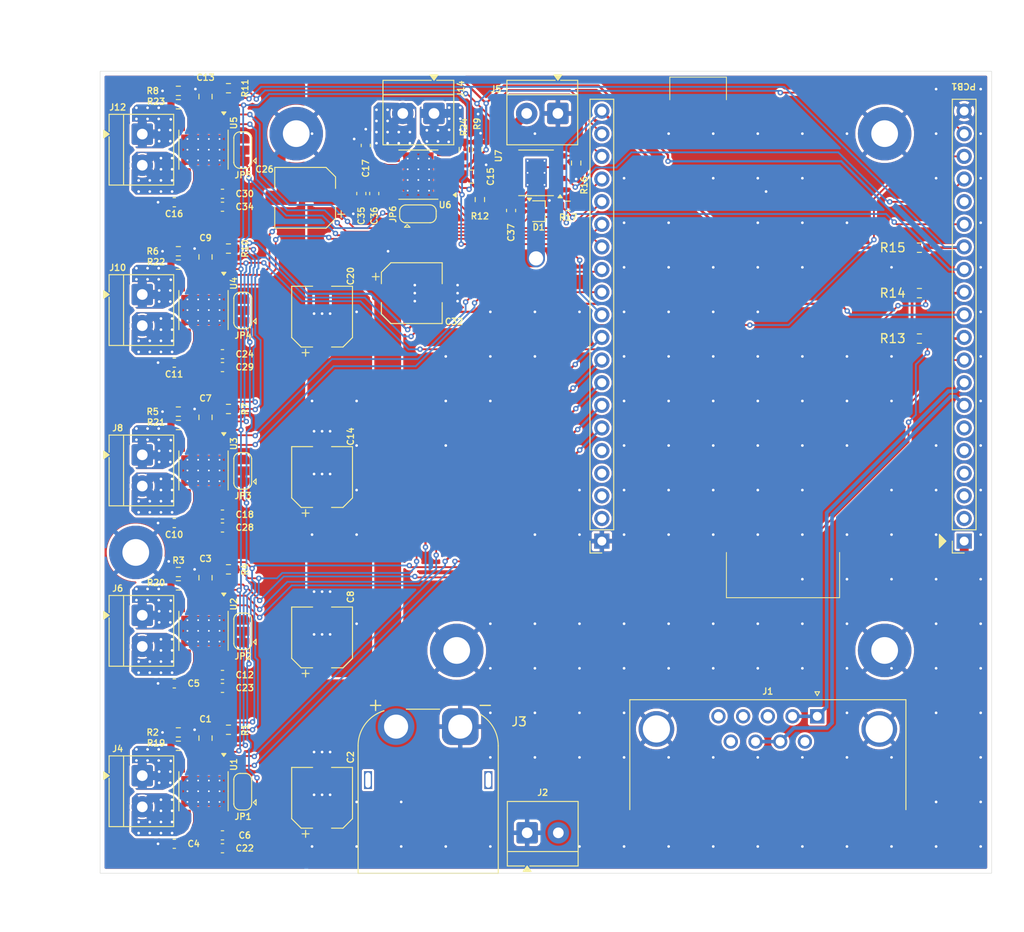
<source format=kicad_pcb>
(kicad_pcb (version 20241229) (generator "pcbnew") (generator_version "9.0")
  (layers (0 "F.Cu" signal) (2 "B.Cu" signal) (13 "F.Paste" user) (15 "B.Paste" user) (5 "F.SilkS" user "F.Silkscreen") (7 "B.SilkS" user "B.Silkscreen") (1 "F.Mask" user) (3 "B.Mask" user) (25 "Edge.Cuts" user))
  (property "DRAWN_BY" "James Nichol, Maurice Blake")
  (property "PROJECT" "Perseus Rover")
  (property "SUBSYSTEM" "Excavation & Construction")
  (net 0 "")
  (net 1 "GND")
  (net 2 "VCC")
  (net 3 "Net-(U1-VREF)")
  (net 4 "Net-(U1-CPL)")
  (net 5 "Net-(U1-CPH)")
  (net 6 "Net-(U2-VREF)")
  (net 7 "Net-(U2-CPL)")
  (net 8 "Net-(U2-CPH)")
  (net 9 "Net-(U3-VREF)")
  (net 10 "Net-(U3-CPL)")
  (net 11 "Net-(U3-CPH)")
  (net 12 "Net-(U4-VREF)")
  (net 13 "Net-(U1-VCP)")
  (net 14 "Net-(U2-VCP)")
  (net 15 "Net-(U4-CPH)")
  (net 16 "Net-(U4-CPL)")
  (net 17 "Net-(U5-VREF)")
  (net 18 "Net-(U3-VCP)")
  (net 19 "Net-(U4-VCP)")
  (net 20 "Net-(U5-CPH)")
  (net 21 "Net-(U5-CPL)")
  (net 22 "Net-(U6-VREF)")
  (net 23 "Net-(U5-VCP)")
  (net 24 "Net-(U6-VCP)")
  (net 25 "Net-(U6-CPH)")
  (net 26 "Net-(U6-CPL)")
  (net 27 "+3V3")
  (net 28 "Net-(J4-Pin_2)")
  (net 29 "Net-(J6-Pin_2)")
  (net 30 "Net-(J8-Pin_2)")
  (net 31 "Net-(J10-Pin_2)")
  (net 32 "Net-(J12-Pin_2)")
  (net 35 "/CAN+")
  (net 38 "/CAN-")
  (net 40 "Net-(J4-Pin_1)")
  (net 41 "Net-(J6-Pin_1)")
  (net 42 "Net-(J8-Pin_1)")
  (net 43 "Net-(J10-Pin_1)")
  (net 44 "Net-(J12-Pin_1)")
  (net 45 "Net-(J14-Pin_2)")
  (net 46 "Net-(J14-Pin_1)")
  (net 47 "/BANK3_~{FLT}")
  (net 49 "/BANK2_ILIM")
  (net 50 "/~{SLEEP}")
  (net 51 "/MAGNET_I_SENSE")
  (net 53 "/MOT5_IN1")
  (net 54 "/MOT4_IN1")
  (net 55 "/BANK2_~{FLT}")
  (net 56 "/MOT4_IN2")
  (net 57 "/MOT5_IN2")
  (net 58 "/MOT6_IN1")
  (net 59 "Net-(J5-Pin_2)")
  (net 60 "/MOT3_IN1")
  (net 61 "/BANK1_~{FLT}")
  (net 63 "/MOT2_IN2")
  (net 65 "/BANK1_I_SENSE")
  (net 66 "/BANK1_ILIM")
  (net 67 "/MOT1_IN1")
  (net 68 "/BANK3_ILIM")
  (net 72 "/MOT1_IN2")
  (net 73 "/BANK2_I_SENSE")
  (net 75 "/MOT2_IN1")
  (net 78 "/MOT3_IN2")
  (net 79 "/BANK3_I_SENSE")
  (net 80 "/MOT6_IN2")
  (net 81 "Net-(JP1-C)")
  (net 82 "Net-(JP2-C)")
  (net 83 "Net-(JP3-C)")
  (net 84 "Net-(JP4-C)")
  (net 85 "Net-(JP5-C)")
  (net 86 "Net-(JP6-C)")
  (net 87 "Net-(U1-IMODE)")
  (net 88 "Net-(U2-IMODE)")
  (net 89 "Net-(U3-IMODE)")
  (net 90 "Net-(U4-IMODE)")
  (net 91 "Net-(U5-IMODE)")
  (net 92 "Net-(U6-IMODE)")
  (net 93 "/MAGNET_CTL")
  (net 94 "Net-(U7-SENSE)")
  (footprint "Jumper:SolderJumper-3_P1.3mm_Bridged12_RoundedPad1.0x1.5mm" (layer "F.Cu") (at 135.650001 66)
    (property "Reference" "JP6")
    (property "Value" "Jumper_3_Bridged12")
  )
  (footprint "Resistor_SMD:R_0603_1608Metric" (layer "F.Cu") (at 108.775001 107.7 180)
    (property "Reference" "R20")
    (property "Value" "20k")
  )
  (footprint "Capacitor_SMD:CP_Elec_6.3x7.7" (layer "F.Cu") (at 123 64.2 180)
    (property "Reference" "C26")
    (property "Value" "100u")
  )
  (footprint "Resistor_SMD:R_0603_1608Metric" (layer "F.Cu") (at 152.5 65.1 180)
    (property "Reference" "R17")
    (property "Value" "10k")
  )
  (footprint "Resistor_SMD:R_0603_1608Metric" (layer "F.Cu") (at 191.9 69.8 180)
    (property "Reference" "R15")
    (property "Value" "10k")
  )
  (footprint "Capacitor_SMD:C_0603_1608Metric" (layer "F.Cu") (at 108.325001 100.7 180)
    (property "Reference" "C10")
    (property "Value" "100n")
  )
  (footprint "TerminalBlock_4Ucon:TerminalBlock_4Ucon_1x02_P3.50mm_Horizontal" (layer "F.Cu") (at 104.7325 93.05 -90)
    (property "Reference" "J8")
    (property "Value" "MOT")
  )
  (footprint "Resistor_SMD:R_0603_1608Metric" (layer "F.Cu") (at 108.775001 124.2 180)
    (property "Reference" "R2")
    (property "Value" "2k2")
  )
  (footprint "TerminalBlock_4Ucon:TerminalBlock_4Ucon_1x02_P3.50mm_Horizontal" (layer "F.Cu") (at 151.35 54.7325 180)
    (property "Reference" "J5")
    (property "Value" "MOT")
  )
  (footprint "Package_SO:HTSSOP-16-1EP_4.4x5mm_P0.65mm_EP3.4x5mm_Mask2.66x2.46mm_ThermalVias" (layer "F.Cu") (at 111.6 94.8 -90)
    (property "Reference" "U3")
    (property "Value" "DRV8874PWPR")
  )
  (footprint "Capacitor_SMD:C_0603_1608Metric" (layer "F.Cu") (at 108.325001 82.7 180)
    (property "Reference" "C11")
    (property "Value" "100n")
  )
  (footprint "Capacitor_SMD:C_0603_1608Metric" (layer "F.Cu") (at 108.325001 136.7 180)
    (property "Reference" "C4")
    (property "Value" "100n")
  )
  (footprint "Capacitor_SMD:C_0603_1608Metric" (layer "F.Cu") (at 113.724999 135.749999)
    (property "Reference" "C6")
    (property "Value" "22n")
  )
  (footprint "Resistor_SMD:R_0603_1608Metric" (layer "F.Cu") (at 108.775001 52.2 180)
    (property "Reference" "R8")
    (property "Value" "2k2")
  )
  (footprint "Jumper:SolderJumper-3_P1.3mm_Bridged12_RoundedPad1.0x1.5mm" (layer "F.Cu") (at 116 112.849999 90)
    (property "Reference" "JP2")
    (property "Value" "Jumper_3_Bridged12")
  )
  (footprint "Resistor_SMD:R_0603_1608Metric" (layer "F.Cu") (at 108.775001 53.7 180)
    (property "Reference" "R23")
    (property "Value" "20k")
  )
  (footprint "Jumper:SolderJumper-3_P1.3mm_Bridged12_RoundedPad1.0x1.5mm" (layer "F.Cu") (at 116 94.849999 90)
    (property "Reference" "JP3")
    (property "Value" "Jumper_3_Bridged12")
  )
  (footprint "Capacitor_SMD:C_0603_1608Metric" (layer "F.Cu") (at 113.724999 99.749999)
    (property "Reference" "C18")
    (property "Value" "22n")
  )
  (footprint "Capacitor_SMD:C_0603_1608Metric" (layer "F.Cu") (at 129.3 63.724998 90)
    (property "Reference" "C35")
    (property "Value" "100n")
  )
  (footprint "Jumper:SolderJumper-3_P1.3mm_Bridged12_RoundedPad1.0x1.5mm" (layer "F.Cu") (at 116 76.849999 90)
    (property "Reference" "JP4")
    (property "Value" "Jumper_3_Bridged12")
  )
  (footprint "Capacitor_SMD:C_0603_1608Metric" (layer "F.Cu") (at 113.724999 81.749999)
    (property "Reference" "C24")
    (property "Value" "22n")
  )
  (footprint "TerminalBlock_4Ucon:TerminalBlock_4Ucon_1x02_P3.50mm_Horizontal" (layer "F.Cu") (at 137.45 54.7325 180)
    (property "Reference" "J14")
    (property "Value" "MOT")
  )
  (footprint "Capacitor_SMD:C_0603_1608Metric" (layer "F.Cu") (at 108.325001 64.7 180)
    (property "Reference" "C16")
    (property "Value" "100n")
  )
  (footprint "Package_SO:HTSOP-8-1EP_3.9x4.9mm_P1.27mm_EP2.4x3.2mm_ThermalVias" (layer "F.Cu") (at 148.9 61.4 180)
    (property "Reference" "U7")
    (property "Value" "BV1HB045EFJ-CE2")
  )
  (footprint "Jumper:SolderJumper-3_P1.3mm_Bridged12_RoundedPad1.0x1.5mm" (layer "F.Cu") (at 116 130.849999 90)
    (property "Reference" "JP1")
    (property "Value" "Jumper_3_Bridged12")
  )
  (footprint "Resistor_SMD:R_0603_1608Metric" (layer "F.Cu") (at 114.4 87.9 180)
    (property "Reference" "R7")
    (property "Value" "10k")
  )
  (footprint "Capacitor_SMD:CP_Elec_6.3x7.7" (layer "F.Cu") (at 124.9 95.537498 90)
    (property "Reference" "C14")
    (property "Value" "100u")
  )
  (footprint "Package_SO:HTSSOP-16-1EP_4.4x5mm_P0.65mm_EP3.4x5mm_Mask2.66x2.46mm_ThermalVias" (layer "F.Cu") (at 111.6 130.8 -90)
    (property "Reference" "U1")
    (property "Value" "DRV8874PWPR")
  )
  (footprint "Resistor_SMD:R_0603_1608Metric" (layer "F.Cu") (at 108.775001 71.7 180)
    (property "Reference" "R22")
    (property "Value" "20k")
  )
  (footprint "Resistor_SMD:R_0603_1608Metric" (layer "F.Cu") (at 142.299999 58.775001 90)
    (property "Reference" "R9")
    (property "Value" "2k2")
  )
  (footprint "Resistor_SMD:R_0603_1608Metric" (layer "F.Cu") (at 114.4 105.9 180)
    (property "Reference" "R4")
    (property "Value" "10k")
  )
  (footprint "Capacitor_SMD:C_0603_1608Metric" (layer "F.Cu") (at 113.724999 119.2 180)
    (property "Reference" "C23")
    (property "Value" "100n")
  )
  (footprint "Capacitor_SMD:C_0805_2012Metric" (layer "F.Cu") (at 111.824999 106.837499 90)
    (property "Reference" "C3")
    (property "Value" "10u")
  )
  (footprint "Connector_AMASS:AMASS_XT60PW-M_1x02_P7.20mm_Horizontal" (layer "F.Cu") (at 140.4 123.55 180)
    (property "Reference" "J3")
    (property "Value" "~")
  )
  (footprint "Capacitor_SMD:C_0603_1608Metric" (layer "F.Cu") (at 113.724999 63.749999)
    (property "Reference" "C30")
    (property "Value" "22n")
  )
  (footprint "Package_TO_SOT_SMD:SOT-323_SC-70" (layer "F.Cu") (at 149.2 65.7)
    (property "Reference" "D1")
    (property "Value" "BAT54SWF")
  )
  (footprint "Capacitor_SMD:C_0805_2012Metric" (layer "F.Cu") (at 111.824999 70.837499 90)
    (property "Reference" "C9")
    (property "Value" "10u")
  )
  (footprint "Resistor_SMD:R_0603_1608Metric" (layer "F.Cu") (at 114.4 69.9 180)
    (property "Reference" "R10")
    (property "Value" "10k")
  )
  (footprint "MountingHole:MountingHole_3mm_Pad" (layer "F.Cu") (at 122 57)
    (property "Reference" "H3" (hide yes))
    (property "Value" "MountingHole_Pad")
  )
  (footprint "TerminalBlock_4Ucon:TerminalBlock_4Ucon_1x02_P3.50mm_Horizontal" (layer "F.Cu") (at 104.7325 111.05 -90)
    (property "Reference" "J6")
    (property "Value" "MOT")
  )
  (footprint "MountingHole:MountingHole_3mm_Pad" (layer "F.Cu") (at 104 104)
    (property "Reference" "H5" (hide yes))
    (property "Value" "MountingHole_Pad")
  )
  (footprint "Capacitor_SMD:C_0603_1608Metric" (layer "F.Cu") (at 129.8 58.325 90)
    (property "Reference" "C17")
    (property "Value" "100n")
  )
  (footprint "Capacitor_SMD:CP_Elec_6.3x7.7" (layer "F.Cu") (at 134.962502 74.9)
    (property "Reference" "C32")
    (property "Value" "100u")
  )
  (footprint "MountingHole:MountingHole_3mm_Pad" (layer "F.Cu") (at 188 115)
    (property "Reference" "H2" (hide yes))
    (property "Value" "MountingHole_Pad")
  )
  (footprint "MountingHole:MountingHole_3mm_Pad" (layer "F.Cu") (at 188 57)
    (property "Reference" "H1" (hide yes))
    (property "Value" "MountingHole_Pad")
  )
  (footprint "TerminalBlock_4Ucon:TerminalBlock_4Ucon_1x02_P3.50mm_Horizontal" (layer "F.Cu") (at 104.7325 129.05 -90)
    (property "Reference" "J4")
    (property "Value" "MOT")
  )
  (footprint "Capacitor_SMD:C_0603_1608Metric" (layer "F.Cu") (at 113.724999 65.2 180)
    (property "Reference" "C34")
    (property "Value" "100n")
  )
  (footprint "Package_SO:HTSSOP-16-1EP_4.4x5mm_P0.65mm_EP3.4x5mm_Mask2.66x2.46mm_ThermalVias" (layer "F.Cu") (at 111.6 112.8 -90)
    (property "Reference" "U2")
    (property "Value" "DRV8874PWPR")
  )
  (footprint "Resistor_SMD:R_0603_1608Metric" (layer "F.Cu") (at 108.775001 88.2 180)
    (property "Reference" "R5")
    (property "Value" "2k2")
  )
  (footprint "Capacitor_SMD:C_0603_1608Metric" (layer "F.Cu") (at 146.1 65.625 -90)
    (property "Reference" "C37")
    (property "Value" "100n")
  )
  (footprint "Jumper:SolderJumper-3_P1.3mm_Bridged12_RoundedPad1.0x1.5mm" (layer "F.Cu") (at 116 58.849999 90)
    (property "Reference" "JP5")
    (property "Value" "Jumper_3_Bridged12")
  )
  (footprint "Capacitor_SMD:C_0805_2012Metric" (layer "F.Cu") (at 141.6625 61.824999)
    (property "Reference" "C15")
    (property "Value" "10u")
  )
  (footprint "Capacitor_SMD:CP_Elec_6.3x7.7" (layer "F.Cu") (at 124.9 113.537498 90)
    (property "Reference" "C8")
    (property "Value" "100u")
  )
  (footprint "Project PCB:Smol_Brain_Board" (layer "F.Cu") (at 176.6 78.6 180)
    (property "Reference" "PCB1" (hide yes))
    (property "Value" "Smol Brain Board")
  )
  (footprint "Package_SO:HTSSOP-16-1EP_4.4x5mm_P0.65mm_EP3.4x5mm_Mask2.66x2.46mm_ThermalVias" (layer "F.Cu") (at 111.6 76.8 -90)
    (property "Reference" "U4")
    (property "Value" "DRV8874PWPR")
  )
  (footprint "Capacitor_SMD:C_0603_1608Metric" (layer "F.Cu") (at 113.724999 117.749999)
    (property "Reference" "C12")
    (property "Value" "22n")
  )
  (footprint "Resistor_SMD:R_0603_1608Metric" (layer "F.Cu") (at 191.9 74.9 180)
    (property "Reference" "R14")
    (property "Value" "10k")
  )
  (footprint "Resistor_SMD:R_0603_1608Metric" (layer "F.Cu") (at 191.9 80 180)
    (property "Reference" "R13")
    (property "Value" "10k")
  )
  (footprint "Capacitor_SMD:C_0603_1608Metric" (layer "F.Cu") (at 113.724999 137.2 180)
    (property "Reference" "C22")
    (property "Value" "100n")
  )
  (footprint "Capacitor_SMD:C_0603_1608Metric" (layer "F.Cu") (at 130.750001 63.724998 -90)
    (property "Reference" "C36")
    (property "Value" "22n")
  )
  (footprint "Capacitor_SMD:C_0603_1608Metric" (layer "F.Cu") (at 108.325001 118.7 180)
    (property "Reference" "C5")
    (property "Value" "100n")
  )
  (footprint "Capacitor_SMD:CP_Elec_6.3x7.7" (layer "F.Cu") (at 124.9 77.537498 90)
    (property "Reference" "C20")
    (property "Value" "100u")
  )
  (footprint "Capacitor_SMD:C_0805_2012Metric" (layer "F.Cu") (at 111.824999 124.837499 90)
    (property "Reference" "C1")
    (property "Value" "10u")
  )
  (footprint "Resistor_SMD:R_0603_1608Metric" (layer "F.Cu") (at 108.775001 106.2 180)
    (property "Reference" "R3")
    (property "Value" "2k2")
  )
  (footprint "Package_SO:HTSSOP-16-1EP_4.4x5mm_P0.65mm_EP3.4x5mm_Mask2.66x2.46mm_ThermalVias" (layer "F.Cu") (at 111.6 58.8 -90)
    (property "Reference" "U5")
    (property "Value" "DRV8874PWPR")
  )
  (footprint "Resistor_SMD:R_0603_1608Metric" (layer "F.Cu") (at 114.4 51.9 180)
    (property "Reference" "R11")
    (property "Value" "10k")
  )
  (footprint "Package_SO:HTSSOP-16-1EP_4.4x5mm_P0.65mm_EP3.4x5mm_Mask2.66x2.46mm_ThermalVias" (layer "F.Cu") (at 135.7 61.6 180)
    (property "Reference" "U6")
    (property "Value" "DRV8874PWPR")
  )
  (footprint "Capacitor_SMD:C_0805_2012Metric" (layer "F.Cu") (at 111.824999 52.837499 90)
    (property "Reference" "C13")
    (property "Value" "10u")
  )
  (footprint "Resistor_SMD:R_0603_1608Metric" (layer "F.Cu") (at 108.775001 89.7 180)
    (property "Reference" "R21")
    (property "Value" "20k")
  )
  (footprint "Resistor_SMD:R_0603_1608Metric" (layer "F.Cu") (at 142.599999 64.4 90)
    (property "Reference" "R12")
    (property "Value" "10k")
  )
  (footprint "Capacitor_SMD:C_0603_1608Metric" (layer "F.Cu") (at 113.724999 83.2 180)
    (property "Reference" "C29")
    (property "Value" "100n")
  )
  (footprint "Resistor_SMD:R_0603_1608Metric" (layer "F.Cu") (at 108.775001 125.7 180)
    (property "Reference" "R19")
    (property "Value" "20k")
  )
  (footprint "TerminalBlock_4Ucon:TerminalBlock_4Ucon_1x02_P3.50mm_Horizontal" (layer "F.Cu") (at 147.9 135.4675)
    (property "Reference" "J2")
    (property "Value" "VIN")
  )
  (footprint "Capacitor_SMD:C_0805_2012Metric" (layer "F.Cu") (at 111.824999 88.837499 90)
    (property "Reference" "C7")
    (property "Value" "10u")
  )
  (footprint "Resistor_SMD:R_0603_1608Metric" (layer "F.Cu") (at 108.775001 70.2 180)
    (property "Reference" "R6")
    (property "Value" "2k2")
  )
  (footprint "Resistor_SMD:R_0603_1608Metric" (layer "F.Cu") (at 114.4 123.9 180)
    (property "Reference" "R1")
    (property "Value" "10k")
  )
  (footprint "Capacitor_SMD:C_0603_1608Metric" (layer "F.Cu") (at 113.724999 101.2 180)
    (property "Reference" "C28")
    (property "Value" "100n")
  )
  (footprint "Capacitor_SMD:CP_Elec_6.3x7.7" (layer "F.Cu") (at 124.9 131.537498 90)
    (property "Reference" "C2")
    (property "Value" "100u")
  )
  (footprint "Resistor_SMD:R_0603_1608Metric" (layer "F.Cu") (at 140.799999 58.775001 90)
    (property "Reference" "R24")
    (property "Value" "20k")
  )
  (footprint "TerminalBlock_4Ucon:TerminalBlock_4Ucon_1x02_P3.50mm_Horizontal" (layer "F.Cu") (at 104.7325 57.05 -90)
    (property "Reference" "J12")
    (property "Value" "MOT")
  )
  (footprint "Resistor_SMD:R_0603_1608Metric" (layer "F.Cu") (at 153.4 60.3 -90)
    (property "Reference" "R16")
    (property "Value" "1k")
  )
  (footprint "THT:A-DF_09_A_KG-T2S" (layer "F.Cu") (at 180.44 122.389669)
    (property "Reference" "J1")
    (property "Value" "DE9")
  )
  (footprint "MountingHole:MountingHole_3mm_Pad" (layer "F.Cu") (at 140 115)
    (property "Reference" "H4" (hide yes))
    (property "Value" "MountingHole_Pad")
  )
  (footprint "TerminalBlock_4Ucon:TerminalBlock_4Ucon_1x02_P3.50mm_Horizontal" (layer "F.Cu") (at 104.7325 75.05 -90)
    (property "Reference" "J10")
    (property "Value" "MOT")
  )
  (gr_rect (start 100 50) (end 200 140) (stroke (width 0.05)) (fill no) (layer "Edge.Cuts"))
  (segment (start 113.225 79.662499) (end 113.225 78.174999) (width 0.35) (layer "F.Cu") (net 1))
  (segment (start 111.287499 69.887499) (end 111.824999 69.887499) (width 0.5) (layer "F.Cu") (net 1))
  (segment (start 116 129.549999) (end 113.450001 129.549999) (width 0.2) (layer "F.Cu") (net 1))
  (segment (start 106.5 100.7) (end 107.550001 100.7) (width 0.5) (layer "F.Cu") (net 1))
  (segment (start 113.450001 93.549999) (end 113.4 93.6) (width 0.2) (layer "F.Cu") (net 1))
  (segment (start 107 70.2) (end 107.950001 70.2) (width 0.5) (layer "F.Cu") (net 1))
  (segment (start 107 52.2) (end 107.950001 52.2) (width 0.5) (layer "F.Cu") (net 1))
  (segment (start 113.225 132.174999) (end 113.4 131.999999) (width 0.35) (layer "F.Cu") (net 1))
  (segment (start 113.450001 111.549999) (end 113.4 111.6) (width 0.2) (layer "F.Cu") (net 1))
  (segment (start 107 88.2) (end 107.950001 88.2) (width 0.5) (layer "F.Cu") (net 1))
  (segment (start 109.325 60.474999) (end 109.8 59.999999) (width 0.35) (layer "F.Cu") (net 1))
  (segment (start 113.225 61.662499) (end 113.225 60.174999) (width 0.35) (layer "F.Cu") (net 1))
  (segment (start 111.287499 105.887499) (end 111.824999 105.887499) (width 0.5) (layer "F.Cu") (net 1))
  (segment (start 107.950001 71.7) (end 107.950001 70.2) (width 0.4) (layer "F.Cu") (net 1))
  (segment (start 106.5 82.7) (end 107.550001 82.7) (width 0.5) (layer "F.Cu") (net 1))
  (segment (start 106.5 136.7) (end 107.550001 136.7) (width 0.5) (layer "F.Cu") (net 1))
  (segment (start 110.6 69.9) (end 111.274998 69.9) (width 0.5) (layer "F.Cu") (net 1))
  (segment (start 107.950001 105.250001) (end 107.7 105) (width 0.5) (layer "F.Cu") (net 1))
  (segment (start 153.4 61.125) (end 153.4 62.1) (width 0.2) (layer "F.Cu") (net 1))
  (segment (start 107.950001 106.2) (end 107.950001 105.250001) (width 0.5) (layer "F.Cu") (net 1))
  (segment (start 142.6 61.274998) (end 142.612501 61.287499) (width 0.5) (layer "F.Cu") (net 1))
  (segment (start 116 57.549999) (end 113.450001 57.549999) (width 0.2) (layer "F.Cu") (net 1))
  (segment (start 111.274998 69.9) (end 111.287499 69.887499) (width 0.5) (layer "F.Cu") (net 1))
  (segment (start 120.3 64.2) (end 120.3 58.7) (width 1) (layer "F.Cu") (net 1))
  (segment (start 110.796387 51.887499) (end 110.691943 51.991943) (width 0.5) (layer "F.Cu") (net 1))
  (segment (start 113.225 78.174999) (end 113.4 77.999999) (width 0.35) (layer "F.Cu") (net 1))
  (segment (start 142.612501 61.287499) (end 142.612501 61.824999) (width 0.5) (layer "F.Cu") (net 1))
  (segment (start 143.3 60.5) (end 142.6 61.2) (width 0.5) (layer "F.Cu") (net 1))
  (segment (start 116 93.549999) (end 113.450001 93.549999) (width 0.2) (layer "F.Cu") (net 1))
  (segment (start 129.8 56.5) (end 129.8 57.550001) (width 0.5) (layer "F.Cu") (net 1))
  (segment (start 132.837501 63.225) (end 134.325001 63.225) (width 0.35) (layer "F.Cu") (net 1))
  (segment (start 113.450001 129.549999) (end 113.4 129.6) (width 0.2) (layer "F.Cu") (net 1))
  (segment (start 111.824999 51.887499) (end 110.796387 51.887499) (width 0.5) (layer "F.Cu") (net 1))
  (segment (start 134.025001 59.325) (end 134.500001 59.8) (width 0.35) (layer "F.Cu") (net 1))
  (segment (start 136.950001 63.450001) (end 136.9 63.4) (width 0.2) (layer "F.Cu") (net 1))
  (segment (start 109.325 61.662499) (end 109.325 60.474999) (width 0.35) (layer "F.Cu") (net 1))
  (segment (start 109.325 97.662499) (end 109.325 96.474999) (width 0.35) (layer "F.Cu") (net 1))
  (segment (start 142.6 61.2) (end 142.6 61.274998) (width 0.5) (layer "F.Cu") (net 1))
  (segment (start 110.6 105.9) (end 111.274998 105.9) (width 0.5) (layer "F.Cu") (net 1))
  (segment (start 107.950001 107.7) (end 107.950001 106.2) (width 0.4) (layer "F.Cu") (net 1))
  (segment (start 116 111.549999) (end 113.450001 111.549999) (width 0.2) (layer "F.Cu") (net 1))
  (segment (start 107 124.2) (end 107.950001 124.2) (width 0.5) (layer "F.Cu") (net 1))
  (segment (start 113.225 97.662499) (end 113.225 96.174999) (width 0.35) (layer "F.Cu") (net 1))
  (segment (start 142.3 57.950001) (end 142.768014 57.481987) (width 0.5) (layer "F.Cu") (net 1))
  (segment (start 113.450001 57.549999) (end 113.4 57.6) (width 0.2) (layer "F.Cu") (net 1))
  (segment (start 109.325 133.662499) (end 109.325 132.474999) (width 0.35) (layer "F.Cu") (net 1))
  (segment (start 120.3 58.7) (end 122 57) (width 1) (layer "F.Cu") (net 1))
  (segment (start 110.6 123.9) (end 111.274998 123.9) (width 0.5) (layer "F.Cu") (net 1))
  (segment (start 113.225 133.662499) (end 113.225 132.174999) (width 0.35) (layer "F.Cu") (net 1))
  (segment (start 111.287499 87.887499) (end 111.824999 87.887499) (width 0.5) (layer "F.Cu") (net 1))
  (segment (start 113.450001 75.549999) (end 113.4 75.6) (width 0.2) (layer "F.Cu") (net 1))
  (segment (start 113.225 60.174999) (end 113.4 59.999999) (width 0.35) (layer "F.Cu") (net 1))
  (segment (start 113.225 115.662499) (end 113.225 114.174999) (width 0.35) (layer "F.Cu") (net 1))
  (segment (start 111.287499 123.887499) (end 111.824999 123.887499) (width 0.5) (layer "F.Cu") (net 1))
  (segment (start 113.225 114.174999) (end 113.4 113.999999) (width 0.35) (layer "F.Cu") (net 1))
  (segment (start 109.325 114.474999) (end 109.8 113.999999) (width 0.35) (layer "F.Cu") (net 1))
  (segment (start 149.95 64.95) (end 150.4 64.5) (width 0.2) (layer "F.Cu") (net 1))
  (segment (start 142.768014 57.04557) (end 142.675 56.952556) (width 0.5) (layer "F.Cu") (net 1))
  (segment (start 109.325 79.662499) (end 109.325 78.474999) (width 0.35) (layer "F.Cu") (net 1))
  (segment (start 111.274998 105.9) (end 111.287499 105.887499) (width 0.5) (layer "F.Cu") (net 1))
  (segment (start 111.274998 123.9) (end 111.287499 123.887499) (width 0.5) (layer "F.Cu") (net 1))
  (segment (start 111.274998 87.9) (end 111.287499 87.887499) (width 0.5) (layer "F.Cu") (net 1))
  (segment (start 132.837501 59.325) (end 134.025001 59.325) (width 0.35) (layer "F.Cu") (net 1))
  (segment (start 113.225 96.174999) (end 113.4 95.999999) (width 0.35) (layer "F.Cu") (net 1))
  (segment (start 107.950001 53.7) (end 107.950001 52.2) (width 0.4) (layer "F.Cu") (net 1))
  (segment (start 107.950001 125.7) (end 107.950001 124.2) (width 0.4) (layer "F.Cu") (net 1))
  (segment (start 116 75.549999) (end 113.450001 75.549999) (width 0.2) (layer "F.Cu") (net 1))
  (segment (start 142.768014 57.481987) (end 142.768014 57.04557) (width 0.5) (layer "F.Cu") (net 1))
  (segment (start 110.6 87.9) (end 111.274998 87.9) (width 0.5) (layer "F.Cu") (net 1))
  (segment (start 109.325 115.662499) (end 109.325 114.474999) (width 0.35) (layer "F.Cu") (net 1))
  (segment (start 109.325 132.474999) (end 109.8 131.999999) (width 0.35) (layer "F.Cu") (net 1))
  (segment (start 148.2 64.95) (end 149.95 64.95) (width 0.2) (layer "F.Cu") (net 1))
  (segment (start 109.325 96.474999) (end 109.8 95.999999) (width 0.35) (layer "F.Cu") (net 1))
  (segment (start 106.5 118.7) (end 107.550001 118.7) (width 0.5) (layer "F.Cu") (net 1))
  (segment (start 134.325001 63.225) (end 134.500001 63.4) (width 0.35) (layer "F.Cu") (net 1))
  (segment (start 107.950001 89.7) (end 107.950001 88.2) (width 0.4) (layer "F.Cu") (net 1))
  (segment (start 109.325 78.474999) (end 109.8 77.999999) (width 0.35) (layer "F.Cu") (net 1))
  (segment (start 106.5 64.7) (end 107.550001 64.7) (width 0.5) (layer "F.Cu") (net 1))
  (via (at 173.772619 137.00175) (size 0.6) (drill 0.3) (layers "F.Cu" "B.Cu") (net 1))
  (via (at 168.772619 92.00175) (size 0.6) (drill 0.3) (layers "F.Cu" "B.Cu") (net 1))
  (via (at 183.772619 137.00175) (size 0.6) (drill 0.3) (layers "F.Cu" "B.Cu") (net 1))
  (via (at 163.772619 77.00175) (size 0.6) (drill 0.3) (layers "F.Cu" "B.Cu") (net 1))
  (via (at 198.772619 62.00175) (size 0.6) (drill 0.3) (layers "F.Cu" "B.Cu") (net 1))
  (via (at 183.772619 122.00175) (size 0.6) (drill 0.3) (layers "F.Cu" "B.Cu") (net 1))
  (via (at 135.3 74.9) (size 0.6) (drill 0.3) (layers "F.Cu" "B.Cu") (net 1))
  (via (at 106.5 82.7) (size 0.6) (drill 0.3) (layers "F.Cu" "B.Cu") (net 1))
  (via (at 153.772619 102.00175) (size 0.6) (drill 0.3) (layers "F.Cu" "B.Cu") (net 1))
  (via (at 148.772619 127.00175) (size 0.6) (drill 0.3) (layers "F.Cu" "B.Cu") (net 1))
  (via (at 158.772619 77.00175) (size 0.6) (drill 0.3) (layers "F.Cu" "B.Cu") (net 1))
  (via (at 125.8 126.4) (size 0.6) (drill 0.3) (layers "F.Cu" "B.Cu") (net 1))
  (via (at 124 126.4) (size 0.6) (drill 0.3) (layers "F.Cu" "B.Cu") (net 1))
  (via (at 110.691943 51.991943) (size 0.6) (drill 0.3) (layers "F.Cu" "B.Cu") (net 1))
  (via (at 198.772619 82.00175) (size 0.6) (drill 0.3) (layers "F.Cu" "B.Cu") (net 1))
  (via (at 153.4 62.1) (size 0.6) (drill 0.3) (layers "F.Cu" "B.Cu") (net 1))
  (via (at 148.772619 102.00175) (size 0.6) (drill 0.3) (layers "F.Cu" "B.Cu") (net 1))
  (via (at 124.9 90.4) (size 0.6) (drill 0.3) (layers "F.Cu" "B.Cu") (net 1))
  (via (at 158.772619 137.00175) (size 0.6) (drill 0.3) (layers "F.Cu" "B.Cu") (net 1))
  (via (at 188.772619 127.00175) (size 0.6) (drill 0.3) (layers "F.Cu" "B.Cu") (net 1))
  (via (at 128.772619 77.00175) (size 0.6) (drill 0.3) (layers "F.Cu" "B.Cu") (net 1))
  (via (at 128.5 57.6) (size 0.6) (drill 0.3) (layers "F.Cu" "B.Cu") (net 1))
  (via (at 173.772619 87.00175) (size 0.6) (drill 0.3) (layers "F.Cu" "B.Cu") (net 1))
  (via (at 143.772619 77.00175) (size 0.6) (drill 0.3) (layers "F.Cu" "B.Cu") (net 1))
  (via (at 125.8 77.2) (size 0.6) (drill 0.3) (layers "F.Cu" "B.Cu") (net 1))
  (via (at 163.772619 67.00175) (size 0.6) (drill 0.3) (layers "F.Cu" "B.Cu") (net 1))
  (via (at 188.772619 102.00175) (size 0.6) (drill 0.3) (layers "F.Cu" "B.Cu") (net 1))
  (via (at 193.772619 52.00175) (size 0.6) (drill 0.3) (layers "F.Cu" "B.Cu") (net 1))
  (via (at 173.772619 117.00175) (size 0.6) (drill 0.3) (layers "F.Cu" "B.Cu") (net 1))
  (via (at 183.772619 82.00175) (size 0.6) (drill 0.3) (layers "F.Cu" "B.Cu") (net 1))
  (via (at 110.6 69.9) (size 0.6) (drill 0.3) (layers "F.Cu" "B.Cu") (net 1))
  (via (at 128.772619 137.00175) (size 0.6) (drill 0.3) (layers "F.Cu" "B.Cu") (net 1))
  (via (at 193.772619 112.00175) (size 0.6) (drill 0.3) (layers "F.Cu" "B.Cu") (net 1))
  (via (at 198.772619 122.00175) (size 0.6) (drill 0.3) (layers "F.Cu" "B.Cu") (net 1))
  (via (at 143.772619 82.00175) (size 0.6) (drill 0.3) (layers "F.Cu" "B.Cu") (net 1))
  (via (at 124.9 108.4) (size 0.6) (drill 0.3) (layers "F.Cu" "B.Cu") (net 1))
  (via (at 140.1 75.8) (size 0.6) (drill 0.3) (layers "F.Cu" "B.Cu") (net 1))
  (via (at 163.772619 87.00175) (size 0.6) (drill 0.3) (layers "F.Cu" "B.Cu") (net 1))
  (via (at 198.772619 87.00175) (size 0.6) (drill 0.3) (layers "F.Cu" "B.Cu") (net 1))
  (via (at 140.1 74.9) (size 0.6) (drill 0.3) (layers "F.Cu" "B.Cu") (net 1))
  (via (at 174.7 63.5) (size 0.6) (drill 0.3) (layers "F.Cu" "B.Cu") (net 1))
  (via (at 128.772619 87.00175) (size 0.6) (drill 0.3) (layers "F.Cu" "B.Cu") (net 1))
  (via (at 163.772619 137.00175) (size 0.6) (drill 0.3) (layers "F.Cu" "B.Cu") (net 1))
  (via (at 193.772619 117.00175) (size 0.6) (drill 0.3) (layers "F.Cu" "B.Cu") (net 1))
  (via (at 124.9 113.2) (size 0.6) (drill 0.3) (layers "F.Cu" "B.Cu") (net 1))
  (via (at 106.5 100.7) (size 0.6) (drill 0.3) (layers "F.Cu" "B.Cu") (net 1))
  (via (at 188.772619 117.00175) (size 0.6) (drill 0.3) (layers "F.Cu" "B.Cu") (net 1))
  (via (at 163.772619 72.00175) (size 0.6) (drill 0.3) (layers "F.Cu" "B.Cu") (net 1))
  (via (at 193.772619 102.00175) (size 0.6) (drill 0.3) (layers "F.Cu" "B.Cu") (net 1))
  (via (at 168.772619 77.00175) (size 0.6) (drill 0.3) (layers "F.Cu" "B.Cu") (net 1))
  (via (at 106.5 136.7) (size 0.6) (drill 0.3) (layers "F.Cu" "B.Cu") (net 1))
  (via (at 148.772619 82.00175) (size 0.6) (drill 0.3) (layers "F.Cu" "B.Cu") (net 1))
  (via (at 110.6 105.9) (size 0.6) (drill 0.3) (layers "F.Cu" "B.Cu") (net 1))
  (via (at 133.772619 132.00175) (size 0.6) (drill 0.3) (layers "F.Cu" "B.Cu") (net 1))
  (via (at 183.772619 107.00175) (size 0.6) (drill 0.3) (layers "F.Cu" "B.Cu") (net 1))
  (via (at 168.772619 82.00175) (size 0.6) (drill 0.3) (layers "F.Cu" "B.Cu") (net 1))
  (via (at 198.772619 67.00175) (size 0.6) (drill 0.3) (layers "F.Cu" "B.Cu") (net 1))
  (via (at 124 108.4) (size 0.6) (drill 0.3) (layers "F.Cu" "B.Cu") (net 1))
  (via (at 163.772619 57.00175) (size 0.6) (drill 0.3) (layers "F.Cu" "B.Cu") (net 1))
  (via (at 173.772619 67.00175) (size 0.6) (drill 0.3) (layers "F.Cu" "B.Cu") (net 1))
  (via (at 123.772619 57.00175) (size 0.6) (drill 0.3) (layers "F.Cu" "B.Cu") (net 1))
  (via (at 198.772619 77.00175) (size 0.6) (drill 0.3) (layers "F.Cu" "B.Cu") (net 1))
  (via (at 158.772619 72.00175) (size 0.6) (drill 0.3) (layers "F.Cu" "B.Cu") (net 1))
  (via (at 183.772619 92.00175) (size 0.6) (drill 0.3) (layers "F.Cu" "B.Cu") (net 1))
  (via (at 153.772619 117.00175) (size 0.6) (drill 0.3) (layers "F.Cu" "B.Cu") (net 1))
  (via (at 198.772619 72.00175) (size 0.6) (drill 0.3) (layers "F.Cu" "B.Cu") (net 1))
  (via (at 183.772619 67.00175) (size 0.6) (drill 0.3) (layers "F.Cu" "B.Cu") (net 1))
  (via (at 193.772619 132.00175) (size 0.6) (drill 0.3) (layers "F.Cu" "B.Cu") (net 1))
  (via (at 173.772619 77.00175) (size 0.6) (drill 0.3) (layers "F.Cu" "B.Cu") (net 1))
  (via (at 138.772619 137.00175) (size 0.6) (drill 0.3) (layers "F.Cu" "B.Cu") (net 1))
  (via (at 124 90.4) (size 0.6) (drill 0.3) (layers "F.Cu" "B.Cu") (net 1))
  (via (at 183.772619 127.00175) (size 0.6) (drill 0.3) (layers "F.Cu" "B.Cu") (net 1))
  (via (at 178.772619 127.00175) (size 0.6) (drill 0.3) (layers "F.Cu" "B.Cu") (net 1))
  (via (at 163.772619 127.00175) (size 0.6) (drill 0.3) (layers "F.Cu" "B.Cu") (net 1))
  (via (at 198.772619 127.00175) (size 0.6) (drill 0.3) (layers "F.Cu" "B.Cu") (net 1))
  (via (at 168.772619 87.00175) (size 0.6) (drill 0.3) (layers "F.Cu" "B.Cu") (net 1))
  (via (at 158.772619 117.00175) (size 0.6) (drill 0.3) (layers "F.Cu" "B.Cu") (net 1))
  (via (at 128.772619 92.00175) (size 0.6) (drill 0.3) (layers "F.Cu" "B.Cu") (net 1))
  (via (at 193.772619 57.00175) (size 0.6) (drill 0.3) (layers "F.Cu" "B.Cu") (net 1))
  (via (at 163.772619 117.00175) (size 0.6) (drill 0.3) (layers "F.Cu" "B.Cu") (net 1))
  (via (at 123.772619 137.00175) (size 0.6) (drill 0.3) (layers "F.Cu" "B.Cu") (net 1))
  (via (at 107 88.2) (size 0.6) (drill 0.3) (layers "F.Cu" "B.Cu") (net 1))
  (via (at 188.772619 72.00175) (size 0.6) (drill 0.3) (layers "F.Cu" "B.Cu") (net 1))
  (via (at 198.772619 132.00175) (size 0.6) (drill 0.3) (layers "F.Cu" "B.Cu") (net 1))
  (via (at 158.772619 112.00175) (size 0.6) (drill 0.3) (layers "F.Cu" "B.Cu") (net 1))
  (via (at 193.772619 122.00175) (size 0.6) (drill 0.3) (layers "F.Cu" "B.Cu") (net 1))
  (via (at 188.772619 107.00175) (size 0.6) (drill 0.3) (layers "F.Cu" "B.Cu") (net 1))
  (via (at 178.772619 57.00175) (size 0.6) (drill 0.3) (layers "F.Cu" "B.Cu") (net 1))
  (via (at 153.772619 122.00175) (size 0.6) (drill 0.3) (layers "F.Cu" "B.Cu") (net 1))
  (via (at 163.772619 92.00175) (size 0.6) (drill 0.3) (layers "F.Cu" "B.Cu") (net 1))
  (via (at 173.772619 57.00175) (size 0.6) (drill 0.3) (layers "F.Cu" "B.Cu") (net 1))
  (via (at 138.772619 92.00175) (size 0.6) (drill 0.3) (layers "F.Cu" "B.Cu") (net 1))
  (via (at 178.772619 82.00175) (size 0.6) (drill 0.3) (layers "F.Cu" "B.Cu") (net 1))
  (via (at 188.772619 57.00175) (size 0.6) (drill 0.3) (layers "F.Cu" "B.Cu") (net 1))
  (via (at 198.772619 97.00175) (size 0.6) (drill 0.3) (layers "F.Cu" "B.Cu") (net 1))
  (via (at 158.772619 62.00175) (size 0.6) (drill 0.3) (layers "F.Cu" "B.Cu") (net 1))
  (via (at 143.3 60.5) (size 0.6) (drill 0.3) (layers "F.Cu" "B.Cu") (net 1))
  (via (at 198.772619 117.00175) (size 0.6) (drill 0.3) (layers "F.Cu" "B.Cu") (net 1))
  (via (at 193.772619 62.00175) (size 0.6) (drill 0.3) (layers "F.Cu" "B.Cu") (net 1))
  (via (at 198.772619 92.00175) (size 0.6) (drill 0.3) (layers "F.Cu" "B.Cu") (net 1))
  (via (at 158.772619 92.00175) (size 0.6) (drill 0.3) (layers "F.Cu" "B.Cu") (net 1))
  (via (at 198.772619 102.00175) (size 0.6) (drill 0.3) (layers "F.Cu" "B.Cu") (net 1))
  (via (at 107 124.2) (size 0.6) (drill 0.3) (layers "F.Cu" "B.Cu") (net 1))
  (via (at 128.772619 102.00175) (size 0.6) (drill 0.3) (layers "F.Cu" "B.Cu") (net 1))
  (via (at 178.772619 62.00175) (size 0.6) (drill 0.3) (layers "F.Cu" "B.Cu") (net 1))
  (via (at 148.772619 122.00175) (size 0.6) (drill 0.3) (layers "F.Cu" "B.Cu") (net 1))
  (via (at 125.8 95.2) (size 0.6) (drill 0.3) (layers "F.Cu" "B.Cu") (net 1))
  (via (at 178.772619 72.00175) (size 0.6) (drill 0.3) (layers "F.Cu" "B.Cu") (net 1))
  (via (at 168.772619 97.00175) (size 0.6) (drill 0.3) (layers "F.Cu" "B.Cu") (net 1))
  (via (at 153.772619 97.00175) (size 0.6) (drill 0.3) (layers "F.Cu" "B.Cu") (net 1))
  (via (at 193.772619 107.00175) (size 0.6) (drill 0.3) (layers "F.Cu" "B.Cu") (net 1))
  (via (at 124 77.2) (size 0.6) (drill 0.3) (layers "F.Cu" "B.Cu") (net 1))
  (via (at 107 52.2) (size 0.6) (drill 0.3) (layers "F.Cu" "B.Cu") (net 1))
  (via (at 178.772619 92.00175) (size 0.6) (drill 0.3) (layers "F.Cu" "B.Cu") (net 1))
  (via (at 153.772619 112.00175) (size 0.6) (drill 0.3) (layers "F.Cu" "B.Cu") (net 1))
  (via (at 124.9 95.2) (size 0.6) (drill 0.3) (layers "F.Cu" "B.Cu") (net 1))
  (via (at 168.772619 57.00175) (size 0.6) (drill 0.3) (layers "F.Cu" "B.Cu") (net 1))
  (via (at 106.5 118.7) (size 0.6) (drill 0.3) (layers "F.Cu" "B.Cu") (net 1))
  (via (at 128.4 66) (size 0.6) (drill 0.3) (layers "F.Cu" "B.Cu") (net 1))
  (via (at 168.772619 62.00175) (size 0.6) (drill 0.3) (layers "F.Cu" "B.Cu") (net 1))
  (via (at 198.772619 137.00175) (size 0.6) (drill 0.3) (layers "F.Cu" "B.Cu") (net 1))
  (via (at 163.772619 82.00175) (size 0.6) (drill 0.3) (layers "F.Cu" "B.Cu") (net 1))
  (via (at 168.772619 117.00175) (size 0.6) (drill 0.3) (layers "F.Cu" "B.Cu") (net 1))
  (via (at 153.772619 127.00175) (size 0.6) (drill 0.3) (layers "F.Cu" "B.Cu") (net 1))
  (via (at 188.772619 97.00175) (size 0.6) (drill 0.3) (layers "F.Cu" "B.Cu") (net 1))
  (via (at 143.772619 117.00175) (size 0.6) (drill 0.3) (layers "F.Cu" "B.Cu") (net 1))
  (via (at 178.772619 87.00175) (size 0.6) (drill 0.3) (layers "F.Cu" "B.Cu") (net 1))
  (via (at 107.7 105) (size 0.6) (drill 0.3) (layers "F.Cu" "B.Cu") (net 1))
  (via (at 193.772619 92.00175) (size 0.6) (drill 0.3) (layers "F.Cu" "B.Cu") (net 1))
  (via (at 178.772619 102.00175) (size 0.6) (drill 0.3) (layers "F.Cu" "B.Cu") (net 1))
  (via (at 153.772619 137.00175) (size 0.6) (drill 0.3) (layers "F.Cu" "B.Cu") (net 1))
  (via (at 129.8 56.5) (size 0.6) (drill 0.3) (layers "F.Cu" "B.Cu") (net 1))
  (via (at 173.772619 112.00175) (size 0.6) (drill 0.3) (layers "F.Cu" "B.Cu") (net 1))
  (via (at 158.772619 97.00175) (size 0.6) (drill 0.3) (layers "F.Cu" "B.Cu") (net 1))
  (via (at 148.772619 117.00175) (size 0.6) (drill 0.3) (layers "F.Cu" "B.Cu") (net 1))
  (via (at 183.772619 57.00175) (size 0.6) (drill 0.3) (layers "F.Cu" "B.Cu") (net 1))
  (via (at 198.772619 52.00175) (size 0.6) (drill 0.3) (layers "F.Cu" "B.Cu") (net 1))
  (via (at 168.772619 102.00175) (size 0.6) (drill 0.3) (layers "F.Cu" "B.Cu") (net 1))
  (via (at 128.772619 97.00175) (size 0.6) (drill 0.3) (layers "F.Cu" "B.Cu") (net 1))
  (via (at 138.772619 82.00175) (size 0.6) (drill 0.3) (layers "F.Cu" "B.Cu") (net 1))
  (via (at 143.772619 137.00175) (size 0.6) (drill 0.3) (layers "F.Cu" "B.Cu") (net 1))
  (via (at 178.772619 137.00175) (size 0.6) (drill 0.3) (layers "F.Cu" "B.Cu") (net 1))
  (via (at 106.5 64.7) (size 0.6) (drill 0.3) (layers "F.Cu" "B.Cu") (net 1))
  (via (at 124.9 131.2) (size 0.6) (drill 0.3) (layers "F.Cu" "B.Cu") (net 1))
  (via (at 133.772619 137.00175) (size 0.6) (drill 0.3) (layers "F.Cu" "B.Cu") (net 1))
  (via (at 158.772619 122.00175) (size 0.6) (drill 0.3) (layers "F.Cu" "B.Cu") (net 1))
  (via (at 123.772619 102.00175) (size 0.6) (drill 0.3) (layers "F.Cu" "B.Cu") (net 1))
  (via (at 173.772619 82.00175) (size 0.6) (drill 0.3) (layers "F.Cu" "B.Cu") (net 1))
  (via (at 142.4 54.8) (size 0.6) (drill 0.3) (layers "F.Cu" "B.Cu") (net 1))
  (via (at 163.772619 102.00175) (size 0.6) (drill 0.3) (layers "F.Cu" "B.Cu") (net 1))
  (via (at 163.772619 112.00175) (size 0.6) (drill 0.3) (layers "F.Cu" "B.Cu") (net 1))
  (via (at 135.3 75.8) (size 0.6) (drill 0.3) (layers "F.Cu" "B.Cu") (net 1))
  (via (at 125.8 108.4) (size 0.6) (drill 0.3) (layers "F.Cu" "B.Cu") (net 1))
  (via (at 123.772619 87.00175) (size 0.6) (drill 0.3) (layers "F.Cu" "B.Cu") (net 1))
  (via (at 143.772619 127.00175) (size 0.6) (drill 0.3) (layers "F.Cu" "B.Cu") (net 1))
  (via (at 183.772619 117.00175) (size 0.6) (drill 0.3) (layers "F.Cu" "B.Cu") (net 1))
  (via (at 163.772619 97.00175) (size 0.6) (drill 0.3) (layers "F.Cu" "B.Cu") (net 1))
  (via (at 178.772619 67.00175) (size 0.6) (drill 0.3) (layers "F.Cu" "B.Cu") (net 1))
  (via (at 158.772619 87.00175) (size 0.6) (drill 0.3) (layers "F.Cu" "B.Cu") (net 1))
  (via (at 124.9 126.4) (size 0.6) (drill 0.3) (layers "F.Cu" "B.Cu") (net 1))
  (via (at 150.4 64.5) (size 0.6) (drill 0.3) (layers "F.Cu" "B.Cu") (net 1))
  (via (at 198.772619 57.00175) (size 0.6) (drill 0.3) (layers "F.Cu" "B.Cu") (net 1))
  (via (at 178.772619 117.00175) (size 0.6) (drill 0.3) (layers "F.Cu" "B.Cu") (net 1))
  (via (at 183.772619 102.00175) (size 0.6) (drill 0.3) (layers "F.Cu" "B.Cu") (net 1))
  (via (at 135.3 74) (size 0.6) (drill 0.3) (layers "F.Cu" "B.Cu") (net 1))
  (via (at 132.3 70.2) (size 0.6) (drill 0.3) (layers "F.Cu" "B.Cu") (net 1))
  (via (at 173.772619 102.00175) (size 0.6) (drill 0.3) (layers "F.Cu" "B.Cu") (net 1))
  (via (at 124 95.2) (size 0.6) (drill 0.3) (layers "F.Cu" "B.Cu") (net 1))
  (via (at 168.772619 127.00175) (size 0.6) (drill 0.3) (layers "F.Cu" "B.Cu") (net 1))
  (via (at 158.772619 82.00175) (size 0.6) (drill 0.3) (layers "F.Cu" "B.Cu") (net 1))
  (via (at 173.772619 97.00175) (size 0.6) (drill 0.3) (layers "F.Cu" "B.Cu") (net 1))
  (via (at 107 70.2) (size 0.6) (drill 0.3) (layers "F.Cu" "B.Cu") (net 1))
  (via (at 173.772619 62.00175) (size 0.6) (drill 0.3) (layers "F.Cu" "B.Cu") (net 1))
  (via (at 183.772619 87.00175) (size 0.6) (drill 0.3) (layers "F.Cu" "B.Cu") (net 1))
  (via (at 148.772619 77.00175) (size 0.6) (drill 0.3) (layers "F.Cu" "B.Cu") (net 1))
  (via (at 140.1 74) (size 0.6) (drill 0.3) (layers "F.Cu" "B.Cu") (net 1))
  (via (at 183.772619 112.00175) (size 0.6) (drill 0.3) (layers "F.Cu" "B.Cu") (net 1))
  (via (at 198.772619 112.00175) (size 0.6) (drill 0.3) (layers "F.Cu" "B.Cu") (net 1))
  (via (at 168.772619 137.00175) (size 0.6) (drill 0.3) (layers "F.Cu" "B.Cu") (net 1))
  (via (at 143.772619 87.00175) (size 0.6) (drill 0.3) (layers "F.Cu" "B.Cu") (net 1))
  (via (at 124 131.2) (size 0.6) (drill 0.3) (layers "F.Cu" "B.Cu") (net 1))
  (via (at 143.772619 122.00175) (size 0.6) (drill 0.3) (layers "F.Cu" "B.Cu") (net 1))
  (via (at 178.772619 107.00175) (size 0.6) (drill 0.3) (layers "F.Cu" "B.Cu") (net 1))
  (via (at 158.772619 127.00175) (size 0.6) (drill 0.3) (layers "F.Cu" "B.Cu") (net 1))
  (via (at 143.772619 112.00175) (size 0.6) (drill 0.3) (layers "F.Cu" "B.Cu") (net 1))
  (via (at 125.8 113.2) (size 0.6) (drill 0.3) (layers "F.Cu" "B.Cu") (net 1))
  (via (at 173.772619 92.00175) (size 0.6) (drill 0.3) (layers "F.Cu" "B.Cu") (net 1))
  (via (at 148.772619 57.00175) (size 0.6) (drill 0.3) (layers "F.Cu" "B.Cu") (net 1))
  (via (at 158.772619 67.00175) (size 0.6) (drill 0.3) (layers "F.Cu" "B.Cu") (net 1))
  (via (at 193.772619 97.00175) (size 0.6) (drill 0.3) (layers "F.Cu" "B.Cu") (net 1))
  (via (at 124.9 77.2) (size 0.6) (drill 0.3) (layers "F.Cu" "B.Cu") (net 1))
  (via (at 142.675 56.952556) (size 0.6) (drill 0.3) (layers "F.Cu" "B.Cu") (net 1))
  (via (at 110.6 87.9) (size 0.6) (drill 0.3) (layers "F.Cu" "B.Cu") (net 1))
  (via (at 148.772619 112.00175) (size 0.6) (drill 0.3) (layers "F.Cu" "B.Cu") (net 1))
  (via (at 138.772619 87.00175) (size 0.6) (drill 0.3) (layers "F.Cu" "B.Cu") (net 1))
  (via (at 188.772619 82.00175) (size 0.6) (drill 0.3) (layers "F.Cu" "B.Cu") (net 1))
  (via (at 158.772619 102.00175) (size 0.6) (drill 0.3) (layers "F.Cu" "B.Cu") (net 1))
  (via (at 110.6 123.9) (size 0.6) (drill 0.3) (layers "F.Cu" "B.Cu") (net 1))
  (via (at 125.8 90.4) (size 0.6) (drill 0.3) (layers "F.Cu" "B.Cu") (net 1))
  (via (at 153.772619 77.00175) (size 0.6) (drill 0.3) (layers "F.Cu" "B.Cu") (net 1))
  (via (at 128.772619 132.00175) (size 0.6) (drill 0.3) (layers "F.Cu" "B.Cu") (net 1))
  (via (at 168.772619 112.00175) (size 0.6) (drill 0.3) (layers "F.Cu" "B.Cu") (net 1))
  (via (at 188.772619 87.00175) (size 0.6) (drill 0.3) (layers "F.Cu" "B.Cu") (net 1))
  (via (at 125.8 131.2) (size 0.6) (drill 0.3) (layers "F.Cu" "B.Cu") (net 1))
  (via (at 124 113.2) (size 0.6) (drill 0.3) (layers "F.Cu" "B.Cu") (net 1))
  (via (at 188.772619 137.00175) (size 0.6) (drill 0.3) (layers "F.Cu" "B.Cu") (net 1))
  (via (at 198.772619 107.00175) (size 0.6) (drill 0.3) (layers "F.Cu" "B.Cu") (net 1))
  (via (at 178.772619 112.00175) (size 0.6) (drill 0.3) (layers "F.Cu" "B.Cu") (net 1))
  (via (at 178.772619 97.00175) (size 0.6) (drill 0.3) (layers "F.Cu" "B.Cu") (net 1))
  (via (at 173.772619 72.00175) (size 0.6) (drill 0.3) (layers "F.Cu" "B.Cu") (net 1))
  (via (at 173.772619 127.00175) (size 0.6) (drill 0.3) (layers "F.Cu" "B.Cu") (net 1))
  (via (at 193.772619 137.00175) (size 0.6) (drill 0.3) (layers "F.Cu" "B.Cu") (net 1))
  (via (at 128.772619 112.00175) (size 0.6) (drill 0.3) (layers "F.Cu" "B.Cu") (net 1))
  (via (at 168.772619 72.00175) (size 0.6) (drill 0.3) (layers "F.Cu" "B.Cu") (net 1))
  (segment (start 129.3 64.499998) (end 125.999998 64.499998) (width 1) (layer "F.Cu") (net 2))
  (segment (start 136.162502 71) (end 148.9 71) (width 2) (layer "F.Cu") (net 2))
  (segment (start 124.9 80.237498) (end 119.7 80.237498) (width 2) (layer "F.Cu") (net 2))
  (segment (start 149.535 60.765) (end 148.9 61.4) (width 0.2) (layer "F.Cu") (net 2))
  (segment (start 124.9 98.237498) (end 118.4 98.237498) (width 2) (layer "F.Cu") (net 2))
  (segment (start 132.262503 122.612503) (end 132.262503 74.9) (width 3) (layer "F.Cu") (net 2))
  (segment (start 132.262502 74.9) (end 128.262502 70.9) (width 3) (layer "F.Cu") (net 2))
  (segment (start 133.2 123.55) (end 131.65 122) (width 7.5) (layer "F.Cu") (net 2))
  (segment (start 133.2 123.55) (end 133.15 123.5) (width 4) (layer "F.Cu") (net 2))
  (segment (start 129.8 59.1) (end 131.325 60.625) (width 0.4) (layer "F.Cu") (net 2))
  (segment (start 146.575 64.85) (end 148.9 62.525) (width 0.2) (layer "F.Cu") (net 2))
  (segment (start 124.9 116.237498) (end 118.4 116.237498) (width 2) (layer "F.Cu") (net 2))
  (segment (start 148.9 62.525) (end 148.9 61.4) (width 0.2) (layer "F.Cu") (net 2))
  (segment (start 151.4 135.4675) (end 151.4 132.667268) (width 3) (layer "F.Cu") (net 2))
  (segment (start 132.262502 74.9) (end 136.162502 71) (width 2) (layer "F.Cu") (net 2))
  (segment (start 131.65 122) (end 122.3 122) (width 7.5) (layer "F.Cu") (net 2))
  (segment (start 151.4 132.667268) (end 151.133732 132.401) (width 3) (layer "F.Cu") (net 2))
  (segment (start 196.92 102.73) (end 196.92 122.88) (width 1) (layer "F.Cu") (net 2))
  (segment (start 196.92 122.88) (end 187.399 132.401) (width 1) (layer "F.Cu") (net 2))
  (segment (start 133.2 123.55) (end 132.262503 122.612503) (width 2.5) (layer "F.Cu") (net 2))
  (segment (start 132.95 123.55) (end 132.6 123.9) (width 2.5) (layer "F.Cu") (net 2))
  (segment (start 125.999998 64.499998) (end 125.7 64.2) (width 1) (layer "F.Cu") (net 2))
  (segment (start 131.325 60.625) (end 132.8375 60.625) (width 0.4) (layer "F.Cu") (net 2))
  (segment (start 151.133732 132.401) (end 142.051 132.401) (width 3) (layer "F.Cu") (net 2))
  (segment (start 124.9 134.237498) (end 118.4 134.237498) (width 2) (layer "F.Cu") (net 2))
  (segment (start 142.051 132.401) (end 133.2 123.55) (width 3) (layer "F.Cu") (net 2))
  (segment (start 151.55 60.765) (end 149.535 60.765) (width 0.2) (layer "F.Cu") (net 2))
  (segment (start 122.2 70.9) (end 122.1 70.8) (width 3) (layer "F.Cu") (net 2))
  (segment (start 187.399 132.401) (end 151.133732 132.401) (width 1) (layer "F.Cu") (net 2))
  (segment (start 128.262502 70.9) (end 122.2 70.9) (width 3) (layer "F.Cu") (net 2))
  (segment (start 146.1 64.85) (end 146.575 64.85) (width 0.2) (layer "F.Cu") (net 2))
  (via (at 148.9 71) (size 2) (drill 1.6) (layers "F.Cu" "B.Cu") (net 2))
  (segment (start 148.9 61.4) (end 148.9 71) (width 2) (layer "B.Cu") (net 2))
  (segment (start 111.824999 125.787499) (end 111.824999 125.650001) (width 0.35) (layer "F.Cu") (net 3))
  (segment (start 111.824999 125.650001) (end 113.575 123.9) (width 0.35) (layer "F.Cu") (net 3))
  (segment (start 111.275 126.337498) (end 111.824999 125.787499) (width 0.35) (layer "F.Cu") (net 3))
  (segment (start 111.275 127.9375) (end 111.275 126.337498) (width 0.35) (layer "F.Cu") (net 3))
  (segment (start 112.924062 134.898999) (end 112.575 134.549937) (width 0.35) (layer "F.Cu") (net 4))
  (segment (start 112.575 134.549937) (end 112.575 133.662499) (width 0.35) (layer "F.Cu") (net 4))
  (segment (start 113.724 134.898999) (end 112.924062 134.898999) (width 0.35) (layer "F.Cu") (net 4))
  (segment (start 114.575 135.749999) (end 113.724 134.898999) (width 0.35) (layer "F.Cu") (net 4))
  (segment (start 111.925 135.099999) (end 112.575 135.749999) (width 0.35) (layer "F.Cu") (net 5))
  (segment (start 111.925 133.662499) (end 111.925 135.099999) (width 0.35) (layer "F.Cu") (net 5))
  (segment (start 112.575 135.749999) (end 113.025 135.749999) (width 0.35) (layer "F.Cu") (net 5))
  (segment (start 111.275 108.337498) (end 111.824999 107.787499) (width 0.35) (layer "F.Cu") (net 6))
  (segment (start 111.824999 107.787499) (end 111.824999 107.650001) (width 0.35) (layer "F.Cu") (net 6))
  (segment (start 111.275 109.9375) (end 111.275 108.337498) (width 0.35) (layer "F.Cu") (net 6))
  (segment (start 111.824999 107.650001) (end 113.575 105.9) (width 0.35) (layer "F.Cu") (net 6))
  (segment (start 112.924062 116.898999) (end 112.575 116.549937) (width 0.35) (layer "F.Cu") (net 7))
  (segment (start 113.724 116.898999) (end 112.924062 116.898999) (width 0.35) (layer "F.Cu") (net 7))
  (segment (start 112.575 116.549937) (end 112.575 115.662499) (width 0.35) (layer "F.Cu") (net 7))
  (segment (start 114.575 117.749999) (end 113.724 116.898999) (width 0.35) (layer "F.Cu") (net 7))
  (segment (start 112.575 117.749999) (end 113.025 117.749999) (width 0.35) (layer "F.Cu") (net 8))
  (segment (start 111.925 117.099999) (end 112.575 117.749999) (width 0.35) (layer "F.Cu") (net 8))
  (segment (start 111.925 115.662499) (end 111.925 117.099999) (width 0.35) (layer "F.Cu") (net 8))
  (segment (start 111.275 90.337498) (end 111.824999 89.787499) (width 0.35) (layer "F.Cu") (net 9))
  (segment (start 111.824999 89.787499) (end 111.824999 89.650001) (width 0.35) (layer "F.Cu") (net 9))
  (segment (start 111.824999 89.650001) (end 113.575 87.9) (width 0.35) (layer "F.Cu") (net 9))
  (segment (start 111.275 91.9375) (end 111.275 90.337498) (width 0.35) (layer "F.Cu") (net 9))
  (segment (start 112.924062 98.898999) (end 112.575 98.549937) (width 0.35) (layer "F.Cu") (net 10))
  (segment (start 114.575 99.749999) (end 113.724 98.898999) (width 0.35) (layer "F.Cu") (net 10))
  (segment (start 112.575 98.549937) (end 112.575 97.662499) (width 0.35) (layer "F.Cu") (net 10))
  (segment (start 113.724 98.898999) (end 112.924062 98.898999) (width 0.35) (layer "F.Cu") (net 10))
  (segment (start 111.925 97.662499) (end 111.925 99.099999) (width 0.35) (layer "F.Cu") (net 11))
  (segment (start 111.925 99.099999) (end 112.575 99.749999) (width 0.35) (layer "F.Cu") (net 11))
  (segment (start 112.575 99.749999) (end 113.025 99.749999) (width 0.35) (layer "F.Cu") (net 11))
  (segment (start 111.275 73.9375) (end 111.275 72.337498) (width 0.35) (layer "F.Cu") (net 12))
  (segment (start 111.824999 71.787499) (end 111.824999 71.650001) (width 0.35) (layer "F.Cu") (net 12))
  (segment (start 111.275 72.337498) (end 111.824999 71.787499) (width 0.35) (layer "F.Cu") (net 12))
  (segment (start 111.824999 71.650001) (end 113.575 69.9) (width 0.35) (layer "F.Cu") (net 12))
  (segment (start 112.95 137.081175) (end 111.275 135.406175) (width 0.35) (layer "F.Cu") (net 13))
  (segment (start 111.275 135.406175) (end 111.275 133.6625) (width 0.35) (layer "F.Cu") (net 13))
  (segment (start 112.95 137.2) (end 112.95 137.081175) (width 0.35) (layer "F.Cu") (net 13))
  (segment (start 111.275 117.406175) (end 111.275 115.6625) (width 0.35) (layer "F.Cu") (net 14))
  (segment (start 112.95 119.081175) (end 111.275 117.406175) (width 0.35) (layer "F.Cu") (net 14))
  (segment (start 112.95 119.2) (end 112.95 119.081175) (width 0.35) (layer "F.Cu") (net 14))
  (segment (start 112.575 81.749999) (end 113.025 81.749999) (width 0.35) (layer "F.Cu") (net 15))
  (segment (start 111.925 79.662499) (end 111.925 81.099999) (width 0.35) (layer "F.Cu") (net 15))
  (segment (start 111.925 81.099999) (end 112.575 81.749999) (width 0.35) (layer "F.Cu") (net 15))
  (segment (start 112.924062 80.898999) (end 112.575 80.549937) (width 0.35) (layer "F.Cu") (net 16))
  (segment (start 112.575 80.549937) (end 112.575 79.662499) (width 0.35) (layer "F.Cu") (net 16))
  (segment (start 113.724 80.898999) (end 112.924062 80.898999) (width 0.35) (layer "F.Cu") (net 16))
  (segment (start 114.575 81.749999) (end 113.724 80.898999) (width 0.35) (layer "F.Cu") (net 16))
  (segment (start 111.275 55.9375) (end 111.275 54.337498) (width 0.35) (layer "F.Cu") (net 17))
  (segment (start 111.824999 53.650001) (end 113.575 51.9) (width 0.35) (layer "F.Cu") (net 17))
  (segment (start 111.275 54.337498) (end 111.824999 53.787499) (width 0.35) (layer "F.Cu") (net 17))
  (segment (start 111.824999 53.787499) (end 111.824999 53.650001) (width 0.35) (layer "F.Cu") (net 17))
  (segment (start 112.95 101.2) (end 112.95 101.081175) (width 0.35) (layer "F.Cu") (net 18))
  (segment (start 111.275 99.406175) (end 111.275 97.6625) (width 0.35) (layer "F.Cu") (net 18))
  (segment (start 112.95 101.081175) (end 111.275 99.406175) (width 0.35) (layer "F.Cu") (net 18))
  (segment (start 112.95 83.081175) (end 111.275 81.406175) (width 0.35) (layer "F.Cu") (net 19))
  (segment (start 112.95 83.2) (end 112.95 83.081175) (width 0.35) (layer "F.Cu") (net 19))
  (segment (start 111.275 81.406175) (end 111.275 79.6625) (width 0.35) (layer "F.Cu") (net 19))
  (segment (start 111.925 61.662499) (end 111.925 63.099999) (width 0.35) (layer "F.Cu") (net 20))
  (segment (start 112.575 63.749999) (end 113.025 63.749999) (width 0.35) (layer "F.Cu") (net 20))
  (segment (start 111.925 63.099999) (end 112.575 63.749999) (width 0.35) (layer "F.Cu") (net 20))
  (segment (start 113.724 62.898999) (end 112.924062 62.898999) (width 0.35) (layer "F.Cu") (net 21))
  (segment (start 112.575 62.549937) (end 112.575 61.662499) (width 0.35) (layer "F.Cu") (net 21))
  (segment (start 114.575 63.749999) (end 113.724 62.898999) (width 0.35) (layer "F.Cu") (net 21))
  (segment (start 112.924062 62.898999) (end 112.575 62.549937) (width 0.35) (layer "F.Cu") (net 21))
  (segment (start 138.5625 61.275) (end 140.368372 61.275) (width 0.35) (layer "F.Cu") (net 22))
  (segment (start 142.6 63.506628) (end 142.6 63.575) (width 0.35) (layer "F.Cu") (net 22))
  (segment (start 140.368372 61.275) (end 142.6 63.506628) (width 0.35) (layer "F.Cu") (net 22))
  (segment (start 112.95 65.081175) (end 111.275 63.406175) (width 0.35) (layer "F.Cu") (net 23))
  (segment (start 111.275 63.406175) (end 111.275 61.6625) (width 0.35) (layer "F.Cu") (net 23))
  (segment (start 112.95 65.2) (end 112.95 65.081175) (width 0.35) (layer "F.Cu") (net 23))
  (segment (start 129.3 62.95) (end 129.418825 62.95) (width 0.35) (layer "F.Cu") (net 24))
  (segment (start 131.093825 61.275) (end 132.8375 61.275) (width 0.35) (layer "F.Cu") (net 24))
  (segment (start 129.418825 62.95) (end 131.093825 61.275) (width 0.35) (layer "F.Cu") (net 24))
  (segment (start 130.750001 62.575) (end 130.750001 63.025) (width 0.35) (layer "F.Cu") (net 25))
  (segment (start 131.400001 61.925) (end 130.750001 62.575) (width 0.35) (layer "F.Cu") (net 25))
  (segment (start 132.837501 61.925) (end 131.400001 61.925) (width 0.35) (layer "F.Cu") (net 25))
  (segment (start 131.601001 62.924062) (end 131.950063 62.575) (width 0.35) (layer "F.Cu") (net 26))
  (segment (start 131.601001 63.724) (end 131.601001 62.924062) (width 0.35) (layer "F.Cu") (net 26))
  (segment (start 130.750001 64.575) (end 131.601001 63.724) (width 0.35) (layer "F.Cu") (net 26))
  (segment (start 131.950063 62.575) (end 132.837501 62.575) (width 0.35) (layer "F.Cu") (net 26))
  (segment (start 151.65 66.35) (end 152.3 67) (width 0.2) (layer "F.Cu") (net 27))
  (segment (start 148.1 66.35) (end 151.65 66.35) (width 0.2) (layer "F.Cu") (net 27))
  (segment (start 131.8 66) (end 131.7 65.9) (width 0.2) (layer "F.Cu") (net 27))
  (segment (start 116 78.149999) (end 116.8 78.949999) (width 0.2) (layer "F.Cu") (net 27))
  (segment (start 134.350001 66) (end 134.350001 66.755) (width 0.2) (layer "F.Cu") (net 27))
  (segment (start 116.755 132.149999) (end 117.6 131.304999) (width 0.2) (layer "F.Cu") (net 27))
  (segment (start 134.350001 66.755) (end 134.795001 67.2) (width 0.2) (layer "F.Cu") (net 27))
  (segment (start 116.7 114.849999) (end 116.7 116.5) (width 0.2) (layer "F.Cu") (net 27))
  (segment (start 191.075 69.8) (end 171.61 69.8) (width 0.3) (layer "F.Cu") (net 27))
  (segment (start 116 60.149999) (end 116.7 60.849999) (width 0.2) (layer "F.Cu") (net 27))
  (segment (start 134.795001 67.2) (end 147.25 67.2) (width 0.2) (layer "F.Cu") (net 27))
  (segment (start 171.61 69.8) (end 156.28 54.47) (width 0.3) (layer "F.Cu") (net 27))
  (segment (start 116 132.149999) (end 116.755 132.149999) (width 0.2) (layer "F.Cu") (net 27))
  (segment (start 116 96.149999) (end 116 98.025) (width 0.2) (layer "F.Cu") (net 27))
  (segment (start 116 114.149999) (end 116.7 114.849999) (width 0.2) (layer "F.Cu") (net 27))
  (segment (start 116.8 78.949999) (end 116.8 80.4) (width 0.2) (layer "F.Cu") (net 27))
  (segment (start 117.6 131.304999) (end 117.6 129.3) (width 0.2) (layer "F.Cu") (net 27))
  (segment (start 116.7 60.849999) (end 116.7 62) (width 0.2) (layer "F.Cu") (net 27))
  (segment (start 147.25 67.2) (end 148.1 66.35) (width 0.2) (layer "F.Cu") (net 27))
  (segment (start 134.350001 66) (end 131.8 66) (width 0.2) (layer "F.Cu") (net 27))
  (segment (start 116 98.025) (end 116.425 98.45) (width 0.2) (layer "F.Cu") (net 27))
  (segment (start 191.075 80) (end 191.075 69.8) (width 0.3) (layer "F.Cu") (net 27))
  (via (at 131.7 65.9) (size 0.6) (drill 0.3) (layers "F.Cu" "B.Cu") (net 27))
  (via (at 117.6 129.3) (size 0.6) (drill 0.3) (layers "F.Cu" "B.Cu") (net 27))
  (via (at 152.3 67) (size 0.6) (drill 0.3) (layers "F.Cu" "B.Cu") (net 27))
  (via (at 116.8 80.4) (size 0.6) (drill 0.3) (layers "F.Cu" "B.Cu") (net 27))
  (via (at 116.7 116.5) (size 0.6) (drill 0.3) (layers "F.Cu" "B.Cu") (net 27))
  (via (at 116.7 62) (size 0.6) (drill 0.3) (layers "F.Cu" "B.Cu") (net 27))
  (via (at 116.425 98.45) (size 0.6) (drill 0.3) (layers "F.Cu" "B.Cu") (net 27))
  (segment (start 152.3 58.45) (end 152.3 67) (width 0.2) (layer "B.Cu") (net 27))
  (segment (start 116.6 72.814215) (end 116.6 80.4) (width 0.2) (layer "B.Cu") (net 27))
  (segment (start 116.8 88.701367) (end 117 88.901367) (width 0.2) (layer "B.Cu") (net 27))
  (segment (start 116.425 90.523857) (end 116.425 98.45) (width 0.2) (layer "B.Cu") (net 27))
  (segment (start 156.28 54.47) (end 152.3 58.45) (width 0.2) (layer "B.Cu") (net 27))
  (segment (start 116.8 72.614215) (end 116.6 72.814215) (width 0.2) (layer "B.Cu") (net 27))
  (segment (start 116.7 116.5) (end 116.6 116.4) (width 0.2) (layer "B.Cu") (net 27))
  (segment (start 116.6 80.4) (end 116.8 80.6) (width 0.2) (layer "B.Cu") (net 27))
  (segment (start 116.5 116.7) (end 116.5 124.997922) (width 0.2) (layer "B.Cu") (net 27))
  (segment (start 130 67.6) (end 131.7 65.9) (width 0.2) (layer "B.Cu") (net 27))
  (segment (start 116.162677 70.482529) (end 116.962677 71.282529) (width 0.2) (layer "B.Cu") (net 27))
  (segment (start 117 89.948857) (end 116.425 90.523857) (width 0.2) (layer "B.Cu") (net 27))
  (segment (start 116.7 68.485277) (end 116.162677 69.0226) (width 0.2) (layer "B.Cu") (net 27))
  (segment (start 116.7 128.4) (end 117.6 129.3) (width 0.2) (layer "B.Cu") (net 27))
  (segment (start 120.9 66.2) (end 124.951471 66.2) (width 0.2) (layer "B.Cu") (net 27))
  (segment (start 116.6 111.979899) (end 116.5 111.879897) (width 0.2) (layer "B.Cu") (net 27))
  (segment (start 116.962677 71.779587) (end 116.8 71.942264) (width 0.2) (layer "B.Cu") (net 27))
  (segment (start 116.5 124.997922) (end 116.9 125.397922) (width 0.2) (layer "B.Cu") (net 27))
  (segment (start 116.8 71.942264) (end 116.8 72.614215) (width 0.2) (layer "B.Cu") (net 27))
  (segment (start 116.962677 71.282529) (end 116.962677 71.779587) (width 0.2) (layer "B.Cu") (net 27))
  (segment (start 116.7 62) (end 116.7 68.485277) (width 0.2) (layer "B.Cu") (net 27))
  (segment (start 116.7 62) (end 120.9 66.2) (width 0.2) (layer "B.Cu") (net 27))
  (segment (start 116.500001 108.820099) (end 117 108.3201) (width 0.2) (layer "B.Cu") (net 27))
  (segment (start 116.7 116.5) (end 116.5 116.7) (width 0.2) (layer "B.Cu") (net 27))
  (segment (start 116.7 126.09498) (end 116.7 128.4) (width 0.2) (layer "B.Cu") (net 27))
  (segment (start 116.5 111.879897) (end 116.500001 108.820099) (width 0.2) (layer "B.Cu") (net 27))
  (segment (start 116.8 80.4) (end 116.6 80.4) (width 0.2) (layer "B.Cu") (net 27))
  (segment (start 126.351471 67.6) (end 130 67.6) (width 0.2) (layer "B.Cu") (net 27))
  (segment (start 117 107.615647) (end 116.425 107.040647) (width 0.2) (layer "B.Cu") (net 27))
  (segment (start 116.6 116.4) (end 116.6 111.979899) (width 0.2) (layer "B.Cu") (net 27))
  (segment (start 117 108.3201) (end 117 107.615647) (width 0.2) (layer "B.Cu") (net 27))
  (segment (start 116.8 80.4) (end 116.6 80.4) (width 0.2) (layer "B.Cu") (net 27))
  (segment (start 116.162677 69.0226) (end 116.162677 70.482529) (width 0.2) (layer "B.Cu") (net 27))
  (segment (start 116.9 125.397922) (end 116.9 125.89498) (width 0.2) (layer "B.Cu") (net 27))
  (segment (start 124.951471 66.2) (end 126.351471 67.6) (width 0.2) (layer "B.Cu") (net 27))
  (segment (start 116.8 80.6) (end 116.8 88.701367) (width 0.2) (layer "B.Cu") (net 27))
  (segment (start 117 88.901367) (end 117 89.948857) (width 0.2) (layer "B.Cu") (net 27))
  (segment (start 116.425 107.040647) (end 116.425 98.45) (width 0.2) (layer "B.Cu") (net 27))
  (segment (start 116.9 125.89498) (end 116.7 126.09498) (width 0.2) (layer "B.Cu") (net 27))
  (via (at 108.075 131.75) (size 0.6) (drill 0.3) (layers "F.Cu" "B.Cu") (net 28))
  (via (at 104.325 134.25) (size 0.6) (drill 0.3) (layers "F.Cu" "B.Cu") (net 28))
  (via (at 106.825 135.5) (size 0.6) (drill 0.3) (layers "F.Cu" "B.Cu") (net 28))
  (via (at 106.825 131.75) (size 0.6) (drill 0.3) (layers "F.Cu" "B.Cu") (net 28))
  (via (at 108.075 134.25) (size 0.6) (drill 0.3) (layers "F.Cu" "B.Cu") (net 28))
  (via (at 108.075 135.5) (size 0.6) (drill 0.3) (layers "F.Cu" "B.Cu") (net 28))
  (via (at 108.075 133) (size 0.6) (drill 0.3) (layers "F.Cu" "B.Cu") (net 28))
  (via (at 106.825 134.25) (size 0.6) (drill 0.3) (layers "F.Cu" "B.Cu") (net 28))
  (via (at 105.575 135.5) (size 0.6) (drill 0.3) (layers "F.Cu" "B.Cu") (net 28))
  (via (at 104.325 135.5) (size 0.6) (drill 0.3) (layers "F.Cu" "B.Cu") (net 28))
  (via (at 105.575 134.25) (size 0.6) (drill 0.3) (layers "F.Cu" "B.Cu") (net 28))
  (via (at 106.825 133) (size 0.6) (drill 0.3) (layers "F.Cu" "B.Cu") (net 28))
  (via (at 108.075 116.25) (size 0.6) (drill 0.3) (layers "F.Cu" "B.Cu") (net 29))
  (via (at 104.325 116.25) (size 0.6) (drill 0.3) (layers "F.Cu" "B.Cu") (net 29))
  (via (at 105.575 116.25) (size 0.6) (drill 0.3) (layers "F.Cu" "B.Cu") (net 29))
  (via (at 108.075 113.75) (size 0.6) (drill 0.3) (layers "F.Cu" "B.Cu") (net 29))
  (via (at 106.825 116.25) (size 0.6) (drill 0.3) (layers "F.Cu" "B.Cu") (net 29))
  (via (at 104.325 117.5) (size 0.6) (drill 0.3) (layers "F.Cu" "B.Cu") (net 29))
  (via (at 106.825 113.75) (size 0.6) (drill 0.3) (layers "F.Cu" "B.Cu") (net 29))
  (via (at 108.075 115) (size 0.6) (drill 0.3) (layers "F.Cu" "B.Cu") (net 29))
  (via (at 108.075 117.5) (size 0.6) (drill 0.3) (layers "F.Cu" "B.Cu") (net 29))
  (via (at 105.575 117.5) (size 0.6) (drill 0.3) (layers "F.Cu" "B.Cu") (net 29))
  (via (at 106.825 115) (size 0.6) (drill 0.3) (layers "F.Cu" "B.Cu") (net 29))
  (via (at 106.825 117.5) (size 0.6) (drill 0.3) (layers "F.Cu" "B.Cu") (net 29))
  (via (at 106.825 95.75) (size 0.6) (drill 0.3) (layers "F.Cu" "B.Cu") (net 30))
  (via (at 106.825 97) (size 0.6) (drill 0.3) (layers "F.Cu" "B.Cu") (net 30))
  (via (at 105.575 99.5) (size 0.6) (drill 0.3) (layers "F.Cu" "B.Cu") (net 30))
  (via (at 104.325 98.25) (size 0.6) (drill 0.3) (layers "F.Cu" "B.Cu") (net 30))
  (via (at 108.075 97) (size 0.6) (drill 0.3) (layers "F.Cu" "B.Cu") (net 30))
  (via (at 104.325 99.5) (size 0.6) (drill 0.3) (layers "F.Cu" "B.Cu") (net 30))
  (via (at 106.825 99.5) (size 0.6) (drill 0.3) (layers "F.Cu" "B.Cu") (net 30))
  (via (at 105.575 98.25) (size 0.6) (drill 0.3) (layers "F.Cu" "B.Cu") (net 30))
  (via (at 108.075 99.5) (size 0.6) (drill 0.3) (layers "F.Cu" "B.Cu") (net 30))
  (via (at 108.075 95.75) (size 0.6) (drill 0.3) (layers "F.Cu" "B.Cu") (net 30))
  (via (at 108.075 98.25) (size 0.6) (drill 0.3) (layers "F.Cu" "B.Cu") (net 30))
  (via (at 106.825 98.25) (size 0.6) (drill 0.3) (layers "F.Cu" "B.Cu") (net 30))
  (via (at 108.075 80.25) (size 0.6) (drill 0.3) (layers "F.Cu" "B.Cu") (net 31))
  (via (at 104.325 81.5) (size 0.6) (drill 0.3) (layers "F.Cu" "B.Cu") (net 31))
  (via (at 104.325 80.25) (size 0.6) (drill 0.3) (layers "F.Cu" "B.Cu") (net 31))
  (via (at 106.825 81.5) (size 0.6) (drill 0.3) (layers "F.Cu" "B.Cu") (net 31))
  (via (at 108.075 81.5) (size 0.6) (drill 0.3) (layers "F.Cu" "B.Cu") (net 31))
  (via (at 106.825 77.75) (size 0.6) (drill 0.3) (layers "F.Cu" "B.Cu") (net 31))
  (via (at 105.575 81.5) (size 0.6) (drill 0.3) (layers "F.Cu" "B.Cu") (net 31))
  (via (at 105.575 80.25) (size 0.6) (drill 0.3) (layers "F.Cu" "B.Cu") (net 31))
  (via (at 106.825 80.25) (size 0.6) (drill 0.3) (layers "F.Cu" "B.Cu") (net 31))
  (via (at 106.825 79) (size 0.6) (drill 0.3) (layers "F.Cu" "B.Cu") (net 31))
  (via (at 108.075 77.75) (size 0.6) (drill 0.3) (layers "F.Cu" "B.Cu") (net 31))
  (via (at 108.075 79) (size 0.6) (drill 0.3) (layers "F.Cu" "B.Cu") (net 31))
  (via (at 105.575 62.25) (size 0.6) (drill 0.3) (layers "F.Cu" "B.Cu") (net 32))
  (via (at 104.325 62.25) (size 0.6) (drill 0.3) (layers "F.Cu" "B.Cu") (net 32))
  (via (at 106.825 59.75) (size 0.6) (drill 0.3) (layers "F.Cu" "B.Cu") (net 32))
  (via (at 108.075 61) (size 0.6) (drill 0.3) (layers "F.Cu" "B.Cu") (net 32))
  (via (at 106.825 62.25) (size 0.6) (drill 0.3) (layers "F.Cu" "B.Cu") (net 32))
  (via (at 104.325 63.5) (size 0.6) (drill 0.3) (layers "F.Cu" "B.Cu") (net 32))
  (via (at 106.825 61) (size 0.6) (drill 0.3) (layers "F.Cu" "B.Cu") (net 32))
  (via (at 108.075 62.25) (size 0.6) (drill 0.3) (layers "F.Cu" "B.Cu") (net 32))
  (via (at 106.825 63.5) (size 0.6) (drill 0.3) (layers "F.Cu" "B.Cu") (net 32))
  (via (at 108.075 59.75) (size 0.6) (drill 0.3) (layers "F.Cu" "B.Cu") (net 32))
  (via (at 108.075 63.5) (size 0.6) (drill 0.3) (layers "F.Cu" "B.Cu") (net 32))
  (via (at 105.575 63.5) (size 0.6) (drill 0.3) (layers "F.Cu" "B.Cu") (net 32))
  (segment (start 173.515 125.229669) (end 176.285 125.229669) (width 0.4) (layer "B.Cu") (net 35))
  (segment (start 182.1 99.8) (end 195.4 86.5) (width 0.4) (layer "B.Cu") (net 35))
  (segment (start 177.814669 123.7) (end 181.531669 123.7) (width 0.4) (layer "B.Cu") (net 35))
  (segment (start 176.285 125.229669) (end 177.814669 123.7) (width 0.4) (layer "B.Cu") (net 35))
  (segment (start 195.4 86.5) (end 195.93 86.5) (width 0.4) (layer "B.Cu") (net 35))
  (segment (start 181.531669 123.7) (end 182.1 123.131669) (width 0.4) (layer "B.Cu") (net 35))
  (segment (start 182.1 123.131669) (end 182.1 99.8) (width 0.4) (layer "B.Cu") (net 35))
  (segment (start 195.93 86.5) (end 196.92 87.49) (width 0.4) (layer "B.Cu") (net 35))
  (segment (start 195.151472 85.9) (end 195.97 85.9) (width 0.4) (layer "B.Cu") (net 38))
  (segment (start 195.97 85.9) (end 196.92 84.95) (width 0.4) (layer "B.Cu") (net 38))
  (segment (start 181.5 99.551472) (end 195.151472 85.9) (width 0.4) (layer "B.Cu") (net 38))
  (segment (start 181.5 121.329669) (end 181.5 99.551472) (width 0.4) (layer "B.Cu") (net 38))
  (segment (start 180.44 122.389669) (end 181.5 121.329669) (width 0.4) (layer "B.Cu") (net 38))
  (segment (start 177.67 122.389669) (end 180.44 122.389669) (width 0.4) (layer "B.Cu") (net 38))
  (via (at 107.925 127.4) (size 0.6) (drill 0.3) (layers "F.Cu" "B.Cu") (net 40))
  (via (at 105.325 126.1) (size 0.6) (drill 0.3) (layers "F.Cu" "B.Cu") (net 40))
  (via (at 106.625 128.6) (size 0.6) (drill 0.3) (layers "F.Cu" "B.Cu") (net 40))
  (via (at 106.575 126.1) (size 0.6) (drill 0.3) (layers "F.Cu" "B.Cu") (net 40))
  (via (at 106.625 129.85) (size 0.6) (drill 0.3) (layers "F.Cu" "B.Cu") (net 40))
  (via (at 105.325 127.35) (size 0.6) (drill 0.3) (layers "F.Cu" "B.Cu") (net 40))
  (via (at 106.575 127.35) (size 0.6) (drill 0.3) (layers "F.Cu" "B.Cu") (net 40))
  (via (at 104.075 126.1) (size 0.6) (drill 0.3) (layers "F.Cu" "B.Cu") (net 40))
  (via (at 107.875 129.85) (size 0.6) (drill 0.3) (layers "F.Cu" "B.Cu") (net 40))
  (via (at 107.875 128.6) (size 0.6) (drill 0.3) (layers "F.Cu" "B.Cu") (net 40))
  (via (at 104.075 127.35) (size 0.6) (drill 0.3) (layers "F.Cu" "B.Cu") (net 40))
  (via (at 106.625 111.85) (size 0.6) (drill 0.3) (layers "F.Cu" "B.Cu") (net 41))
  (via (at 105.325 108.1) (size 0.6) (drill 0.3) (layers "F.Cu" "B.Cu") (net 41))
  (via (at 107.875 111.85) (size 0.6) (drill 0.3) (layers "F.Cu" "B.Cu") (net 41))
  (via (at 106.575 109.35) (size 0.6) (drill 0.3) (layers "F.Cu" "B.Cu") (net 41))
  (via (at 106.625 110.6) (size 0.6) (drill 0.3) (layers "F.Cu" "B.Cu") (net 41))
  (via (at 104.075 108.1) (size 0.6) (drill 0.3) (layers "F.Cu" "B.Cu") (net 41))
  (via (at 107.875 110.6) (size 0.6) (drill 0.3) (layers "F.Cu" "B.Cu") (net 41))
  (via (at 106.575 108.1) (size 0.6) (drill 0.3) (layers "F.Cu" "B.Cu") (net 41))
  (via (at 107.925 109.4) (size 0.6) (drill 0.3) (layers "F.Cu" "B.Cu") (net 41))
  (via (at 105.325 109.35) (size 0.6) (drill 0.3) (layers "F.Cu" "B.Cu") (net 41))
  (via (at 104.075 109.35) (size 0.6) (drill 0.3) (layers "F.Cu" "B.Cu") (net 41))
  (via (at 107.925 91.4) (size 0.6) (drill 0.3) (layers "F.Cu" "B.Cu") (net 42))
  (via (at 106.625 93.85) (size 0.6) (drill 0.3) (layers "F.Cu" "B.Cu") (net 42))
  (via (at 106.575 91.35) (size 0.6) (drill 0.3) (layers "F.Cu" "B.Cu") (net 42))
  (via (at 107.875 92.6) (size 0.6) (drill 0.3) (layers "F.Cu" "B.Cu") (net 42))
  (via (at 105.325 90.1) (size 0.6) (drill 0.3) (layers "F.Cu" "B.Cu") (net 42))
  (via (at 104.075 90.1) (size 0.6) (drill 0.3) (layers "F.Cu" "B.Cu") (net 42))
  (via (at 105.325 91.35) (size 0.6) (drill 0.3) (layers "F.Cu" "B.Cu") (net 42))
  (via (at 106.575 90.1) (size 0.6) (drill 0.3) (layers "F.Cu" "B.Cu") (net 42))
  (via (at 104.075 91.35) (size 0.6) (drill 0.3) (layers "F.Cu" "B.Cu") (net 42))
  (via (at 106.625 92.6) (size 0.6) (drill 0.3) (layers "F.Cu" "B.Cu") (net 42))
  (via (at 107.875 93.85) (size 0.6) (drill 0.3) (layers "F.Cu" "B.Cu") (net 42))
  (via (at 104.075 73.35) (size 0.6) (drill 0.3) (layers "F.Cu" "B.Cu") (net 43))
  (via (at 106.625 74.6) (size 0.6) (drill 0.3) (layers "F.Cu" "B.Cu") (net 43))
  (via (at 106.575 72.1) (size 0.6) (drill 0.3) (layers "F.Cu" "B.Cu") (net 43))
  (via (at 104.075 72.1) (size 0.6) (drill 0.3) (layers "F.Cu" "B.Cu") (net 43))
  (via (at 107.875 75.85) (size 0.6) (drill 0.3) (layers "F.Cu" "B.Cu") (net 43))
  (via (at 105.325 72.1) (size 0.6) (drill 0.3) (layers "F.Cu" "B.Cu") (net 43))
  (via (at 107.925 73.4) (size 0.6) (drill 0.3) (layers "F.Cu" "B.Cu") (net 43))
  (via (at 106.625 75.85) (size 0.6) (drill 0.3) (layers "F.Cu" "B.Cu") (net 43))
  (via (at 107.875 74.6) (size 0.6) (drill 0.3) (layers "F.Cu" "B.Cu") (net 43))
  (via (at 105.325 73.35) (size 0.6) (drill 0.3) (layers "F.Cu" "B.Cu") (net 43))
  (via (at 106.575 73.35) (size 0.6) (drill 0.3) (layers "F.Cu" "B.Cu") (net 43))
  (via (at 106.575 54.1) (size 0.6) (drill 0.3) (layers "F.Cu" "B.Cu") (net 44))
  (via (at 106.625 56.6) (size 0.6) (drill 0.3) (layers "F.Cu" "B.Cu") (net 44))
  (via (at 104.075 55.35) (size 0.6) (drill 0.3) (layers "F.Cu" "B.Cu") (net 44))
  (via (at 106.625 57.85) (size 0.6) (drill 0.3) (layers "F.Cu" "B.Cu") (net 44))
  (via (at 104.075 54.1) (size 0.6) (drill 0.3) (layers "F.Cu" "B.Cu") (net 44))
  (via (at 107.875 57.85) (size 0.6) (drill 0.3) (layers "F.Cu" "B.Cu") (net 44))
  (via (at 107.925 55.4) (size 0.6) (drill 0.3) (layers "F.Cu" "B.Cu") (net 44))
  (via (at 105.325 54.1) (size 0.6) (drill 0.3) (layers "F.Cu" "B.Cu") (net 44))
  (via (at 107.875 56.6) (size 0.6) (drill 0.3) (layers "F.Cu" "B.Cu") (net 44))
  (via (at 105.325 55.35) (size 0.6) (drill 0.3) (layers "F.Cu" "B.Cu") (net 44))
  (via (at 106.575 55.35) (size 0.6) (drill 0.3) (layers "F.Cu" "B.Cu") (net 44))
  (via (at 131 54.325) (size 0.6) (drill 0.3) (layers "F.Cu" "B.Cu") (net 45))
  (via (at 132.25 55.575) (size 0.6) (drill 0.3) (layers "F.Cu" "B.Cu") (net 45))
  (via (at 131 56.825) (size 0.6) (drill 0.3) (layers "F.Cu" "B.Cu") (net 45))
  (via (at 131 55.575) (size 0.6) (drill 0.3) (layers "F.Cu" "B.Cu") (net 45))
  (via (at 131 58.075) (size 0.6) (drill 0.3) (layers "F.Cu" "B.Cu") (net 45))
  (via (at 132.25 58.075) (size 0.6) (drill 0.3) (layers "F.Cu" "B.Cu") (net 45))
  (via (at 133.5 56.825) (size 0.6) (drill 0.3) (layers "F.Cu" "B.Cu") (net 45))
  (via (at 132.25 54.325) (size 0.6) (drill 0.3) (layers "F.Cu" "B.Cu") (net 45))
  (via (at 134.75 58.075) (size 0.6) (drill 0.3) (layers "F.Cu" "B.Cu") (net 45))
  (via (at 133.5 58.075) (size 0.6) (drill 0.3) (layers "F.Cu" "B.Cu") (net 45))
  (via (at 134.75 56.825) (size 0.6) (drill 0.3) (layers "F.Cu" "B.Cu") (net 45))
  (via (at 132.25 56.825) (size 0.6) (drill 0.3) (layers "F.Cu" "B.Cu") (net 45))
  (via (at 140.4 54.075) (size 0.6) (drill 0.3) (layers "F.Cu" "B.Cu") (net 46))
  (via (at 140.4 55.325) (size 0.6) (drill 0.3) (layers "F.Cu" "B.Cu") (net 46))
  (via (at 139.15 55.325) (size 0.6) (drill 0.3) (layers "F.Cu" "B.Cu") (net 46))
  (via (at 139.1 57.925) (size 0.6) (drill 0.3) (layers "F.Cu" "B.Cu") (net 46))
  (via (at 136.65 56.625) (size 0.6) (drill 0.3) (layers "F.Cu" "B.Cu") (net 46))
  (via (at 139.15 56.575) (size 0.6) (drill 0.3) (layers "F.Cu" "B.Cu") (net 46))
  (via (at 136.65 57.875) (size 0.6) (drill 0.3) (layers "F.Cu" "B.Cu") (net 46))
  (via (at 140.4 56.575) (size 0.6) (drill 0.3) (layers "F.Cu" "B.Cu") (net 46))
  (via (at 137.9 57.875) (size 0.6) (drill 0.3) (layers "F.Cu" "B.Cu") (net 46))
  (via (at 139.15 54.075) (size 0.6) (drill 0.3) (layers "F.Cu" "B.Cu") (net 46))
  (via (at 137.9 56.625) (size 0.6) (drill 0.3) (layers "F.Cu" "B.Cu") (net 46))
  (segment (start 196.83 69.8) (end 196.92 69.71) (width 0.3) (layer "F.Cu") (net 47))
  (segment (start 141.238777 63.1) (end 141.38872 63.249943) (width 0.2) (layer "F.Cu") (net 47))
  (segment (start 116.7 53.1) (end 116.6 53) (width 0.2) (layer "F.Cu") (net 47))
  (segment (start 116.6 53) (end 114.152298 53) (width 0.2) (layer "F.Cu") (net 47))
  (segment (start 140.476341 63.1) (end 141.238777 63.1) (width 0.2) (layer "F.Cu") (net 47))
  (segment (start 139.301341 61.925) (end 140.476341 63.1) (width 0.2) (layer "F.Cu") (net 47))
  (segment (start 111.925 55.227298) (end 111.925 55.9375) (width 0.2) (layer "F.Cu") (net 47))
  (segment (start 192.725 69.8) (end 196.83 69.8) (width 0.3) (layer "F.Cu") (net 47))
  (segment (start 138.5625 61.925) (end 139.301341 61.925) (width 0.2) (layer "F.Cu") (net 47))
  (segment (start 114.152298 53) (end 111.925 55.227298) (width 0.2) (layer "F.Cu") (net 47))
  (via (at 116.7 53.1) (size 0.6) (drill 0.3) (layers "F.Cu" "B.Cu") (net 47))
  (via (at 141.38872 63.249943) (size 0.6) (drill 0.3) (layers "F.Cu" "B.Cu") (net 47))
  (segment (start 141.6 51.749) (end 118.051 51.749) (width 0.2) (layer "B.Cu") (net 47))
  (segment (start 141.6 63.038663) (end 141.38872 63.249943) (width 0.2) (layer "B.Cu") (net 47))
  (segment (start 194.697587 69.71) (end 176.736587 51.749) (width 0.2) (layer "B.Cu") (net 47))
  (segment (start 118.051 51.749) (end 116.7 53.1) (width 0.2) (layer "B.Cu") (net 47))
  (segment (start 176.736587 51.749) (end 141.6 51.749) (width 0.2) (layer "B.Cu") (net 47))
  (segment (start 141.6 51.749) (end 141.6 63.038663) (width 0.2) (layer "B.Cu") (net 47))
  (segment (start 196.92 69.71) (end 194.697587 69.71) (width 0.2) (layer "B.Cu") (net 47))
  (segment (start 117.331878 87.9) (end 117.4 87.968122) (width 0.2) (layer "F.Cu") (net 49))
  (segment (start 117.1 69.9) (end 117.2 70) (width 0.2) (layer "F.Cu") (net 49))
  (segment (start 115.225 87.9) (end 117.331878 87.9) (width 0.2) (layer "F.Cu") (net 49))
  (segment (start 136.159399 78.480999) (end 134.880133 79.760265) (width 0.2) (layer "F.Cu") (net 49))
  (segment (start 172.880999 78.480999) (end 136.159399 78.480999) (width 0.2) (layer "F.Cu") (net 49))
  (segment (start 115.225 69.9) (end 117.1 69.9) (width 0.2) (layer "F.Cu") (net 49))
  (segment (start 191.55 59.55) (end 186.8 64.3) (width 0.2) (layer "F.Cu") (net 49))
  (segment (start 196.92 59.55) (end 191.55 59.55) (width 0.2) (layer "F.Cu") (net 49))
  (segment (start 186.8 64.3) (end 186.8 68.9) (width 0.2) (layer "F.Cu") (net 49))
  (via (at 134.880133 79.760265) (size 0.6) (drill 0.3) (layers "F.Cu" "B.Cu") (net 49))
  (via (at 172.880999 78.480999) (size 0.6) (drill 0.3) (layers "F.Cu" "B.Cu") (net 49))
  (via (at 186.8 68.9) (size 0.6) (drill 0.3) (layers "F.Cu" "B.Cu") (net 49))
  (via (at 117.2 70) (size 0.6) (drill 0.3) (layers "F.Cu" "B.Cu") (net 49))
  (via (at 117.4 87.968122) (size 0.6) (drill 0.3) (layers "F.Cu" "B.Cu") (net 49))
  (segment (start 117.6 72.273635) (end 117.762677 72.110957) (width 0.2) (layer "B.Cu") (net 49))
  (segment (start 117.762677 72.110957) (end 117.762677 70.937323) (width 0.2) (layer "B.Cu") (net 49))
  (segment (start 118.611206 70.9) (end 123.111206 75.4) (width 0.2) (layer "B.Cu") (net 49))
  (segment (start 117.762677 70.937323) (end 117.8 70.9) (width 0.2) (layer "B.Cu") (net 49))
  (segment (start 117.8 70.9) (end 117.2 70.299999) (width 0.2) (layer "B.Cu") (net 49))
  (segment (start 117.8 70.9) (end 118.611206 70.9) (width 0.2) (layer "B.Cu") (net 49))
  (segment (start 129.7 75.4) (end 134.060265 79.760265) (width 0.2) (layer "B.Cu") (net 49))
  (segment (start 118 87.368122) (end 118 80.185786) (width 0.2) (layer "B.Cu") (net 49))
  (segment (start 123.111206 75.4) (end 129.7 75.4) (width 0.2) (layer "B.Cu") (net 49))
  (segment (start 118 80.185786) (end 117.4 79.585786) (width 0.2) (layer "B.Cu") (net 49))
  (segment (start 117.2 70.299999) (end 117.2 70) (width 0.2) (layer "B.Cu") (net 49))
  (segment (start 117.4 87.968122) (end 118 87.368122) (width 0.2) (layer "B.Cu") (net 49))
  (segment (start 117.4 79.585786) (end 117.4 73.145586) (width 0.2) (layer "B.Cu") (net 49))
  (segment (start 134.060265 79.760265) (end 134.880133 79.760265) (width 0.2) (layer "B.Cu") (net 49))
  (segment (start 177.219001 78.480999) (end 172.880999 78.480999) (width 0.2) (layer "B.Cu") (net 49))
  (segment (start 117.6 72.945585) (end 117.6 72.273635) (width 0.2) (layer "B.Cu") (net 49))
  (segment (start 117.4 73.145586) (end 117.6 72.945585) (width 0.2) (layer "B.Cu") (net 49))
  (segment (start 186.8 68.9) (end 177.219001 78.480999) (width 0.2) (layer "B.Cu") (net 49))
  (segment (start 153.8 71.2) (end 152 69.4) (width 0.2) (layer "F.Cu") (net 50))
  (segment (start 152 69.4) (end 140.5 69.4) (width 0.2) (layer "F.Cu") (net 50))
  (segment (start 140.6 63.849943) (end 139.325057 62.575) (width 0.2) (layer "F.Cu") (net 50))
  (segment (start 112.575 55.201028) (end 112.575 55.9375) (width 0.2) (layer "F.Cu") (net 50))
  (segment (start 115.44554 126.376232) (end 115.572772 126.249) (width 0.2) (layer "F.Cu") (net 50))
  (segment (start 112.575 109.150001) (end 113.525001 108.2) (width 0.2) (layer "F.Cu") (net 50))
  (segment (start 113.348769 126.376232) (end 115.44554 126.376232) (width 0.2) (layer "F.Cu") (net 50))
  (segment (start 116.1 53.8) (end 113.976028 53.8) (width 0.2) (layer "F.Cu") (net 50))
  (segment (start 112.575 73.9375) (end 112.575 73.150001) (width 0.2) (layer "F.Cu") (net 50))
  (segment (start 139.325057 62.575) (end 138.5625 62.575) (width 0.2) (layer "F.Cu") (net 50))
  (segment (start 113.476001 90.249) (end 115.8 90.249) (width 0.2) (layer "F.Cu") (net 50))
  (segment (start 112.575 91.150001) (end 113.476001 90.249) (width 0.2) (layer "F.Cu") (net 50))
  (segment (start 112.575 73.150001) (end 113.525001 72.2) (width 0.2) (layer "F.Cu") (net 50))
  (segment (start 113.525001 72.2) (end 115.8 72.2) (width 0.2) (layer "F.Cu") (net 50))
  (segment (start 113.976028 53.8) (end 112.575 55.201028) (width 0.2) (layer "F.Cu") (net 50))
  (segment (start 115.557784 108.2) (end 115.5932 108.235416) (width 0.2) (layer "F.Cu") (net 50))
  (segment (start 112.575 109.9375) (end 112.575 109.150001) (width 0.2) (layer "F.Cu") (net 50))
  (segment (start 112.575 127.150001) (end 113.348769 126.376232) (width 0.2) (layer "F.Cu") (net 50))
  (segment (start 112.575 91.9375) (end 112.575 91.150001) (width 0.2) (layer "F.Cu") (net 50))
  (segment (start 112.575 127.9375) (end 112.575 127.150001) (width 0.2) (layer "F.Cu") (net 50))
  (segment (start 113.525001 108.2) (end 115.557784 108.2) (width 0.2) (layer "F.Cu") (net 50))
  (via (at 115.572772 126.249) (size 0.6) (drill 0.3) (layers "F.Cu" "B.Cu") (net 50))
  (via (at 140.6 63.849943) (size 0.6) (drill 0.3) (layers "F.Cu" "B.Cu") (net 50))
  (via (at 140.5 69.4) (size 0.6) (drill 0.3) (layers "F.Cu" "B.Cu") (net 50))
  (via (at 115.5932 108.235416) (size 0.6) (drill 0.3) (layers "F.Cu" "B.Cu") (net 50))
  (via (at 153.8 71.2) (size 0.6) (drill 0.3) (layers "F.Cu" "B.Cu") (net 50))
  (via (at 115.8 72.2) (size 0.6) (drill 0.3) (layers "F.Cu" "B.Cu") (net 50))
  (via (at 115.8 90.249) (size 0.6) (drill 0.3) (layers "F.Cu" "B.Cu") (net 50))
  (via (at 116.1 53.8) (size 0.6) (drill 0.3) (layers "F.Cu" "B.Cu") (net 50))
  (segment (start 140.6 63.849943) (end 140.5 63.949943) (width 0.2) (layer "B.Cu") (net 50))
  (segment (start 115.7 108.342216) (end 115.5932 108.235416) (width 0.2) (layer "B.Cu") (net 50))
  (segment (start 140.5 63.949943) (end 140.5 69.4) (width 0.2) (layer "B.Cu") (net 50))
  (segment (start 141.2 53.561028) (end 140.189972 52.551) (width 0.2) (layer "B.Cu") (net 50))
  (segment (start 115.5932 108.235416) (end 115.8 108.028616) (width 0.2) (layer "B.Cu") (net 50))
  (segment (start 153.8 74.85) (end 153.8 71.2) (width 0.2) (layer "B.Cu") (net 50))
  (segment (start 140.189972 52.551) (end 118.947473 52.551) (width 0.2) (layer "B.Cu") (net 50))
  (segment (start 115.8 108.028616) (end 115.8 72.2) (width 0.2) (layer "B.Cu") (net 50))
  (segment (start 141.199 55.1) (end 141.2 55.099) (width 0.2) (layer "B.Cu") (net 50))
  (segment (start 140.6 63.849943) (end 140.6 62.3) (width 0.2) (layer "B.Cu") (net 50))
  (segment (start 116.1 53.8) (end 116.05 53.85) (width 0.2) (layer "B.Cu") (net 50))
  (segment (start 115.572772 126.249) (end 115.7 126.121772) (width 0.2) (layer "B.Cu") (net 50))
  (segment (start 141.2 55.099) (end 141.2 53.561028) (width 0.2) (layer "B.Cu") (net 50))
  (segment (start 116.05 53.85) (end 116.05 68.569591) (width 0.2) (layer "B.Cu") (net 50))
  (segment (start 117.698473 53.8) (end 116.1 53.8) (width 0.2) (layer "B.Cu") (net 50))
  (segment (start 116.05 68.569591) (end 115.762677 68.856915) (width 0.2) (layer "B.Cu") (net 50))
  (segment (start 115.762677 68.856915) (end 115.762677 72.162677) (width 0.2) (layer "B.Cu") (net 50))
  (segment (start 141.199 61.701) (end 141.199 55.1) (width 0.2) (layer "B.Cu") (net 50))
  (segment (start 140.6 62.3) (end 141.199 61.701) (width 0.2) (layer "B.Cu") (net 50))
  (segment (start 156.28 77.33) (end 153.8 74.85) (width 0.2) (layer "B.Cu") (net 50))
  (segment (start 115.7 126.121772) (end 115.7 108.342216) (width 0.2) (layer "B.Cu") (net 50))
  (segment (start 115.762677 72.162677) (end 115.8 72.2) (width 0.2) (layer "B.Cu") (net 50))
  (segment (start 118.947473 52.551) (end 117.698473 53.8) (width 0.2) (layer "B.Cu") (net 50))
  (segment (start 150.3 65.7) (end 151.075 65.7) (width 0.2) (layer "F.Cu") (net 51))
  (segment (start 196.92 67.17) (end 189.319388 67.17) (width 0.2) (layer "F.Cu") (net 51))
  (segment (start 151.675 65.1) (end 151.7 65.1) (width 0.2) (layer "F.Cu") (net 51))
  (segment (start 150.2 65.6) (end 150.3 65.7) (width 0.2) (layer "F.Cu") (net 51))
  (segment (start 151.7 65.1) (end 153 66.4) (width 0.2) (layer "F.Cu") (net 51))
  (segment (start 189.319388 67.17) (end 189.074694 66.925306) (width 0.2) (layer "F.Cu") (net 51))
  (segment (start 151.075 65.7) (end 151.675 65.1) (width 0.2) (layer "F.Cu") (net 51))
  (via (at 189.074694 66.925306) (size 0.6) (drill 0.3) (layers "F.Cu" "B.Cu") (net 51))
  (via (at 153 66.4) (size 0.6) (drill 0.3) (layers "F.Cu" "B.Cu") (net 51))
  (segment (start 153 66.4) (end 153.381 66.019) (width 0.2) (layer "B.Cu") (net 51))
  (segment (start 188.168388 66.019) (end 189.074694 66.925306) (width 0.2) (layer "B.Cu") (net 51))
  (segment (start 153.381 66.019) (end 188.168388 66.019) (width 0.2) (layer "B.Cu") (net 51))
  (segment (start 153.71 67.2) (end 152.91 68) (width 0.2) (layer "F.Cu") (net 53))
  (segment (start 127.6 68) (end 126.6 67) (width 0.2) (layer "F.Cu") (net 53))
  (segment (start 154.3 66.61) (end 154.3 66.614215) (width 0.2) (layer "F.Cu") (net 53))
  (segment (start 154.3 66.614215) (end 153.714214 67.2) (width 0.2) (layer "F.Cu") (net 53))
  (segment (start 116.8 55.9375) (end 113.875 55.9375) (width 0.2) (layer "F.Cu") (net 53))
  (segment (start 153.714214 67.2) (end 153.71 67.2) (width 0.2) (layer "F.Cu") (net 53))
  (segment (start 152.91 68) (end 127.6 68) (width 0.2) (layer "F.Cu") (net 53))
  (segment (start 156.28 64.63) (end 154.3 66.61) (width 0.2) (layer "F.Cu") (net 53))
  (via (at 126.6 67) (size 0.6) (drill 0.3) (layers "F.Cu" "B.Cu") (net 53))
  (via (at 116.8 55.9375) (size 0.6) (drill 0.3) (layers "F.Cu" "B.Cu") (net 53))
  (segment (start 121 65.6) (end 125.2 65.6) (width 0.2) (layer "B.Cu") (net 53))
  (segment (start 117.5 56.6375) (end 117.5 62.1) (width 0.2) (layer "B.Cu") (net 53))
  (segment (start 125.2 65.6) (end 126.6 67) (width 0.2) (layer "B.Cu") (net 53))
  (segment (start 117.5 62.1) (end 121 65.6) (width 0.2) (layer "B.Cu") (net 53))
  (segment (start 116.8 55.9375) (end 117.5 56.6375) (width 0.2) (layer "B.Cu") (net 53))
  (segment (start 125.8 68.8) (end 125.65 68.65) (width 0.2) (layer "F.Cu") (net 54))
  (segment (start 113.875 73.9375) (end 117.987497 73.9375) (width 0.2) (layer "F.Cu") (net 54))
  (segment (start 117.987497 73.9375) (end 119.7 72.224997) (width 0.2) (layer "F.Cu") (net 54))
  (segment (start 156.28 69.71) (end 155.37 68.8) (width 0.2) (layer "F.Cu") (net 54))
  (segment (start 119.7 72.224997) (end 119.7 68.9) (width 0.2) (layer "F.Cu") (net 54))
  (segment (start 155.37 68.8) (end 125.8 68.8) (width 0.2) (layer "F.Cu") (net 54))
  (via (at 119.7 68.9) (size 0.6) (drill 0.3) (layers "F.Cu" "B.Cu") (net 54))
  (via (at 125.65 68.65) (size 0.6) (drill 0.3) (layers "F.Cu" "B.Cu") (net 54))
  (segment (start 119.7 68.9) (end 120.1 68.5) (width 0.2) (layer "B.Cu") (net 54))
  (segment (start 125.5 68.5) (end 125.65 68.65) (width 0.2) (layer "B.Cu") (net 54))
  (segment (start 120.1 68.5) (end 125.5 68.5) (width 0.2) (layer "B.Cu") (net 54))
  (segment (start 116.362677 71.531058) (end 116.393735 71.5) (width 0.2) (layer "F.Cu") (net 55))
  (segment (start 135.9 81.2) (end 135.892892 81.192892) (width 0.2) (layer "F.Cu") (net 55))
  (segment (start 111.925 73.9375) (end 111.925 73.227298) (width 0.2) (layer "F.Cu") (net 55))
  (segment (start 116.393735 71.5) (end 118.362677 71.5) (width 0.2) (layer "F.Cu") (net 55))
  (segment (start 111.925 91.227298) (end 113.852298 89.3) (width 0.2) (layer "F.Cu") (net 55))
  (segment (start 111.925 91.9375) (end 111.925 91.227298) (width 0.2) (layer "F.Cu") (net 55))
  (segment (start 192.6 75.025) (end 192.725 74.9) (width 0.2) (layer "F.Cu") (net 55))
  (segment (start 116.293735 71.6) (end 116.362677 71.531058) (width 0.2) (layer "F.Cu") (net 55))
  (segment (start 184.6 81.2) (end 135.9 81.2) (width 0.2) (layer "F.Cu") (net 55))
  (segment (start 113.852298 89.3) (end 116.4 89.3) (width 0.2) (layer "F.Cu") (net 55))
  (segment (start 192.725 74.9) (end 196.81 74.9) (width 0.3) (layer "F.Cu") (net 55))
  (segment (start 113.552298 71.6) (end 116.293735 71.6) (width 0.2) (layer "F.Cu") (net 55))
  (segment (start 196.81 74.9) (end 196.92 74.79) (width 0.3) (layer "F.Cu") (net 55))
  (segment (start 189.5 76.3) (end 184.6 81.2) (width 0.2) (layer "F.Cu") (net 55))
  (segment (start 192.6 76.2) (end 192.6 75.025) (width 0.2) (layer "F.Cu") (net 55))
  (segment (start 111.925 73.227298) (end 113.552298 71.6) (width 0.2) (layer "F.Cu") (net 55))
  (via (at 116.4 89.3) (size 0.6) (drill 0.3) (layers "F.Cu" "B.Cu") (net 55))
  (via (at 135.892892 81.192892) (size 0.6) (drill 0.3) (layers "F.Cu" "B.Cu") (net 55))
  (via (at 192.6 76.2) (size 0.6) (drill 0.3) (layers "F.Cu" "B.Cu") (net 55))
  (via (at 118.362677 71.5) (size 0.6) (drill 0.3) (layers "F.Cu" "B.Cu") (net 55))
  (via (at 189.5 76.3) (size 0.6) (drill 0.3) (layers "F.Cu" "B.Cu") (net 55))
  (via (at 116.362677 71.531058) (size 0.6) (drill 0.3) (layers "F.Cu" "B.Cu") (net 55))
  (segment (start 116.4 72.448529) (end 116.4 71.568381) (width 0.2) (layer "B.Cu") (net 55))
  (segment (start 189.5 76.3) (end 192.5 76.3) (width 0.2) (layer "B.Cu") (net 55))
  (segment (start 116.4 71.568381) (end 116.362677 71.531058) (width 0.2) (layer "B.Cu") (net 55))
  (segment (start 116.4 89.3) (end 116.2 89.1) (width 0.2) (layer "B.Cu") (net 55))
  (segment (start 116.2 72.648529) (end 116.4 72.448529) (width 0.2) (layer "B.Cu") (net 55))
  (segment (start 134.6 81.2) (end 135.885784 81.2) (width 0.2) (layer "B.Cu") (net 55))
  (segment (start 135.885784 81.2) (end 135.892892 81.192892) (width 0.2) (layer "B.Cu") (net 55))
  (segment (start 129.2 75.8) (end 134.6 81.2) (width 0.2) (layer "B.Cu") (net 55))
  (segment (start 116.2 89.1) (end 116.2 72.648529) (width 0.2) (layer "B.Cu") (net 55))
  (segment (start 122.662677 75.8) (end 129.2 75.8) (width 0.2) (layer "B.Cu") (net 55))
  (segment (start 118.362677 71.5) (end 122.662677 75.8) (width 0.2) (layer "B.Cu") (net 55))
  (segment (start 192.5 76.3) (end 192.6 76.2) (width 0.2) (layer "B.Cu") (net 55))
  (segment (start 113.225 73.937499) (end 113.225 73.787499) (width 0.35) (layer "F.Cu") (net 56))
  (segment (start 113.526001 72.849) (end 118.117071 72.849) (width 0.2) (layer "F.Cu") (net 56))
  (segment (start 113.225 73.9375) (end 113.225 73.150001) (width 0.2) (layer "F.Cu") (net 56))
  (segment (start 119.3 68) (end 119 68.3) (width 0.2) (layer "F.Cu") (net 56))
  (segment (start 126.6 68.4) (end 126.4 68.2) (width 0.2) (layer "F.Cu") (net 56))
  (segment (start 119 68.3) (end 119 71.966071) (width 0.2) (layer "F.Cu") (net 56))
  (segment (start 113.225 73.150001) (end 113.526001 72.849) (width 0.2) (layer "F.Cu") (net 56))
  (segment (start 119 71.966071) (end 118.117071 72.849) (width 0.2) (layer "F.Cu") (net 56))
  (segment (start 155.05 68.4) (end 126.6 68.4) (width 0.2) (layer "F.Cu") (net 56))
  (segment (start 156.28 67.17) (end 155.05 68.4) (width 0.2) (layer "F.Cu") (net 56))
  (via (at 119.3 68) (size 0.6) (drill 0.3) (layers "F.Cu" "B.Cu") (net 56))
  (via (at 126.4 68.2) (size 0.6) (drill 0.3) (layers "F.Cu" "B.Cu") (net 56))
  (segment (start 119.8 67.5) (end 125.685786 67.5) (width 0.2) (layer "B.Cu") (net 56))
  (segment (start 119.3 68) (end 119.8 67.5) (width 0.2) (layer "B.Cu") (net 56))
  (segment (start 125.685786 67.5) (end 126.385786 68.2) (width 0.2) (layer "B.Cu") (net 56))
  (segment (start 126.385786 68.2) (end 126.4 68.2) (width 0.2) (layer "B.Cu") (net 56))
  (segment (start 113.225 55.937499) (end 113.225 55.787499) (width 0.35) (layer "F.Cu") (net 57))
  (segment (start 152.648529 67.6) (end 128.5 67.6) (width 0.2) (layer "F.Cu") (net 57))
  (segment (start 113.526001 54.849) (end 116.8 54.849) (width 0.2) (layer "F.Cu") (net 57))
  (segment (start 156.28 62.09) (end 155 63.37) (width 0.2) (layer "F.Cu") (net 57))
  (segment (start 113.225 55.9375) (end 113.225 55.150001) (width 0.2) (layer "F.Cu") (net 57))
  (segment (start 155 63.37) (end 155 65.248529) (width 0.2) (layer "F.Cu") (net 57))
  (segment (start 155 65.248529) (end 152.648529 67.6) (width 0.2) (layer "F.Cu") (net 57))
  (segment (start 113.225 55.150001) (end 113.526001 54.849) (width 0.2) (layer "F.Cu") (net 57))
  (segment (start 128.5 67.6) (end 127.75 66.85) (width 0.2) (layer "F.Cu") (net 57))
  (via (at 116.8 54.849) (size 0.6) (drill 0.3) (layers "F.Cu" "B.Cu") (net 57))
  (via (at 127.75 66.85) (size 0.6) (drill 0.3) (layers "F.Cu" "B.Cu") (net 57))
  (segment (start 116.8 54.849) (end 117.9 55.949) (width 0.2) (layer "B.Cu") (net 57))
  (segment (start 121.2 65) (end 125.9 65) (width 0.2) (layer "B.Cu") (net 57))
  (segment (start 125.9 65) (end 127.75 66.85) (width 0.2) (layer "B.Cu") (net 57))
  (segment (start 117.9 55.949) (end 117.9 61.7) (width 0.2) (layer "B.Cu") (net 57))
  (segment (start 117.9 61.7) (end 121.2 65) (width 0.2) (layer "B.Cu") (net 57))
  (segment (start 144.9 53.6) (end 145.9 52.6) (width 0.2) (layer "F.Cu") (net 58))
  (segment (start 144.9 65.065686) (end 144.9 53.6) (width 0.2) (layer "F.Cu") (net 58))
  (segment (start 154.5 57.77) (end 156.28 59.55) (width 0.2) (layer "F.Cu") (net 58))
  (segment (start 138.5625 63.875) (end 141.2875 66.6) (width 0.2) (layer "F.Cu") (net 58))
  (segment (start 145.9 52.6) (end 152.633274 52.6) (width 0.2) (layer "F.Cu") (net 58))
  (segment (start 141.2875 66.6) (end 143.365686 66.6) (width 0.2) (layer "F.Cu") (net 58))
  (segment (start 143.365686 66.6) (end 144.9 65.065686) (width 0.2) (layer "F.Cu") (net 58))
  (segment (start 152.633274 52.6) (end 154.5 54.466726) (width 0.2) (layer "F.Cu") (net 58))
  (segment (start 154.5 54.466726) (end 154.5 57.77) (width 0.2) (layer "F.Cu") (net 58))
  (segment (start 146.25 56.3325) (end 147.85 54.7325) (width 1) (layer "F.Cu") (net 59))
  (segment (start 146.25 63.305) (end 146.25 56.3325) (width 1) (layer "F.Cu") (net 59))
  (segment (start 117.3625 91.9375) (end 117.4 91.9) (width 0.2) (layer "F.Cu") (net 60))
  (segment (start 142 76) (end 143.21 74.79) (width 0.2) (layer "F.Cu") (net 60))
  (segment (start 113.875 91.9375) (end 117.3625 91.9375) (width 0.2) (layer "F.Cu") (net 60))
  (segment (start 143.21 74.79) (end 156.28 74.79) (width 0.2) (layer "F.Cu") (net 60))
  (via (at 117.4 91.9) (size 0.6) (drill 0.3) (layers "F.Cu" "B.Cu") (net 60))
  (via (at 142 76) (size 0.6) (drill 0.3) (layers "F.Cu" "B.Cu") (net 60))
  (segment (start 126.2 83.1) (end 135.4 83.1) (width 0.2) (layer "B.Cu") (net 60))
  (segment (start 124.4 84.9) (end 126.2 83.1) (width 0.2) (layer "B.Cu") (net 60))
  (segment (start 117.4 91.9) (end 124.4 84.9) (width 0.2) (layer "B.Cu") (net 60))
  (segment (start 135.4 83.1) (end 142 76.5) (width 0.2) (layer "B.Cu") (net 60))
  (segment (start 142 76.5) (end 142 76) (width 0.2) (layer "B.Cu") (net 60))
  (segment (start 111.925 109.9375) (end 111.925 109.227298) (width 0.2) (layer "F.Cu") (net 61))
  (segment (start 135.406766 106.8) (end 175.5 106.8) (width 0.2) (layer "F.Cu") (net 61))
  (segment (start 190.680761 91.619239) (end 190.680761 89.380761) (width 0.2) (layer "F.Cu") (net 61))
  (segment (start 111.925 127.227298) (end 113.505847 125.646451) (width 0.2) (layer "F.Cu") (net 61))
  (segment (start 111.925 109.227298) (end 113.552298 107.6) (width 0.2) (layer "F.Cu") (net 61))
  (segment (start 111.925 127.9375) (end 111.925 127.227298) (width 0.2) (layer "F.Cu") (net 61))
  (segment (start 135.306766 106.7) (end 135.406766 106.8) (width 0.2) (layer "F.Cu") (net 61))
  (segment (start 117.9 109.4) (end 117.9 109.364176) (width 0.2) (layer "F.Cu") (net 61))
  (segment (start 196.79 80) (end 196.92 79.87) (width 0.3) (layer "F.Cu") (net 61))
  (segment (start 113.552298 107.6) (end 116.032126 107.6) (width 0.2) (layer "F.Cu") (net 61))
  (segment (start 192.725 80) (end 196.79 80) (width 0.3) (layer "F.Cu") (net 61))
  (segment (start 175.5 106.8) (end 190.680761 91.619239) (width 0.2) (layer "F.Cu") (net 61))
  (segment (start 116.032126 107.6) (end 116.4 107.967874) (width 0.2) (layer "F.Cu") (net 61))
  (segment (start 192.8 80.075) (end 192.725 80) (width 0.2) (layer "F.Cu") (net 61))
  (segment (start 116.503698 107.967874) (end 116.4 107.967874) (width 0.2) (layer "F.Cu") (net 61))
  (segment (start 117.9 109.364176) (end 116.503698 107.967874) (width 0.2) (layer "F.Cu") (net 61))
  (segment (start 192.8 81.6) (end 192.8 80.075) (width 0.2) (layer "F.Cu") (net 61))
  (segment (start 113.505847 125.646451) (end 116.3 125.646451) (width 0.2) (layer "F.Cu") (net 61))
  (via (at 192.8 81.6) (size 0.6) (drill 0.3) (layers "F.Cu" "B.Cu") (net 61))
  (via (at 116.4 107.967874) (size 0.6) (drill 0.3) (layers "F.Cu" "B.Cu") (net 61))
  (via (at 116.3 125.646451) (size 0.6) (drill 0.3) (layers "F.Cu" "B.Cu") (net 61))
  (via (at 190.680761 89.380761) (size 0.6) (drill 0.3) (layers "F.Cu" "B.Cu") (net 61))
  (via (at 135.306766 106.7) (size 0.6) (drill 0.3) (layers "F.Cu" "B.Cu") (net 61))
  (via (at 117.9 109.4) (size 0.6) (drill 0.3) (layers "F.Cu" "B.Cu") (net 61))
  (segment (start 120.6 106.7) (end 135.306766 106.7) (width 0.2) (layer "B.Cu") (net 61))
  (segment (start 116.1 125.446451) (end 116.1 108.648529) (width 0.2) (layer "B.Cu") (net 61))
  (segment (start 116.1 108.648529) (end 116.4 108.348529) (width 0.2) (layer "B.Cu") (net 61))
  (segment (start 192.8 81.6) (end 191.5 82.9) (width 0.2) (layer "B.Cu") (net 61))
  (segment (start 117.9 109.4) (end 120.6 106.7) (width 0.2) (layer "B.Cu") (net 61))
  (segment (start 116.3 125.646451) (end 116.1 125.446451) (width 0.2) (layer "B.Cu") (net 61))
  (segment (start 191.5 88.561522) (end 190.680761 89.380761) (width 0.2) (layer "B.Cu") (net 61))
  (segment (start 116.4 108.348529) (end 116.4 107.967874) (width 0.2) (layer "B.Cu") (net 61))
  (segment (start 191.5 82.9) (end 191.5 88.561522) (width 0.2) (layer "B.Cu") (net 61))
  (segment (start 113.225 109.9375) (end 113.225 109.150001) (width 0.2) (layer "F.Cu") (net 63))
  (segment (start 136.5 103.4) (end 136.5 102.1) (width 0.25) (layer "F.Cu") (net 63))
  (segment (start 113.225 109.937499) (end 113.225 109.787499) (width 0.35) (layer "F.Cu") (net 63))
  (segment (start 116.349 108.849) (end 117.9 110.4) (width 0.2) (layer "F.Cu") (net 63))
  (segment (start 113.526001 108.849) (end 116.349 108.849) (width 0.2) (layer "F.Cu") (net 63))
  (segment (start 113.225 109.150001) (end 113.526001 108.849) (width 0.2) (layer "F.Cu") (net 63))
  (segment (start 136.5 102.1) (end 153.05 85.55) (width 0.25) (layer "F.Cu") (net 63))
  (via (at 136.5 103.4) (size 0.6) (drill 0.3) (layers "F.Cu" "B.Cu") (net 63))
  (via (at 117.9 110.4) (size 0.6) (drill 0.3) (layers "F.Cu" "B.Cu") (net 63))
  (via (at 153.05 85.55) (size 0.6) (drill 0.3) (layers "F.Cu" "B.Cu") (net 63))
  (segment (start 136.5 106.502942) (end 136.5 103.4) (width 0.2) (layer "B.Cu") (net 63))
  (segment (start 121 107.3) (end 135.702942 107.3) (width 0.2) (layer "B.Cu") (net 63))
  (segment (start 156.28 82.41) (end 153.14 85.55) (width 0.25) (layer "B.Cu") (net 63))
  (segment (start 153.14 85.55) (end 153.05 85.55) (width 0.25) (layer "B.Cu") (net 63))
  (segment (start 135.702942 107.3) (end 136.5 106.502942) (width 0.2) (layer "B.Cu") (net 63))
  (segment (start 117.9 110.4) (end 121 107.3) (width 0.2) (layer "B.Cu") (net 63))
  (segment (start 110.625 125.224999) (end 109.6 124.2) (width 0.35) (layer "F.Cu") (net 65))
  (segment (start 109.600001 124.2) (end 109.600001 123.725) (width 0.2) (layer "F.Cu") (net 65))
  (segment (start 173.677991 105.652009) (end 134.86998 105.652009) (width 0.2) (layer "F.Cu") (net 65))
  (segment (start 110.563558 105.086499) (end 116.336499 105.086499) (width 0.2) (layer "F.Cu") (net 65))
  (segment (start 134.86998 105.652009) (end 134.684721 105.46675) (width 0.2) (layer "F.Cu") (net 65))
  (segment (start 109.600001 106.050056) (end 110.563558 105.086499) (width 0.2) (layer "F.Cu") (net 65))
  (segment (start 110.625 127.937499) (end 110.625 125.224999) (width 0.35) (layer "F.Cu") (net 65))
  (segment (start 117.036091 123.086499) (end 117.1 123.02259) (width 0.2) (layer "F.Cu") (net 65))
  (segment (start 109.600001 124.050056) (end 110.563558 123.086499) (width 0.2) (layer "F.Cu") (net 65))
  (segment (start 196.92 82.41) (end 195.717919 82.41) (width 0.2) (layer "F.Cu") (net 65))
  (segment (start 110.563558 123.086499) (end 117.036091 123.086499) (width 0.2) (layer "F.Cu") (net 65))
  (segment (start 190.080761 89.249239) (end 173.677991 105.652009) (width 0.2) (layer "F.Cu") (net 65))
  (segment (start 110.625 109.937499) (end 110.625 107.224999) (width 0.35) (layer "F.Cu") (net 65))
  (segment (start 190.080761 88.047158) (end 190.080761 89.249239) (width 0.2) (layer "F.Cu") (net 65))
  (segment (start 116.336499 105.086499) (end 117.05 105.8) (width 0.2) (layer "F.Cu") (net 65))
  (segment (start 195.717919 82.41) (end 190.080761 88.047158) (width 0.2) (layer "F.Cu") (net 65))
  (segment (start 109.600001 106.2) (end 109.600001 105.725) (width 0.2) (layer "F.Cu") (net 65))
  (segment (start 110.625 107.224999) (end 109.6 106.2) (width 0.35) (layer "F.Cu") (net 65))
  (via (at 117.1 123.02259) (size 0.6) (drill 0.3) (layers "F.Cu" "B.Cu") (net 65))
  (via (at 134.684721 105.46675) (size 0.6) (drill 0.3) (layers "F.Cu" "B.Cu") (net 65))
  (via (at 117.05 105.8) (size 0.6) (drill 0.3) (layers "F.Cu" "B.Cu") (net 65))
  (segment (start 116.9 108.985785) (end 117.4 108.485786) (width 0.2) (layer "B.Cu") (net 65))
  (segment (start 117.4 107.449961) (end 117.05 107.099961) (width 0.2) (layer "B.Cu") (net 65))
  (segment (start 117.05 105.8) (end 117.38325 105.46675) (width 0.2) (layer "B.Cu") (net 65))
  (segment (start 117.38325 105.46675) (end 134.684721 105.46675) (width 0.2) (layer "B.Cu") (net 65))
  (segment (start 117 111.814215) (end 116.9 111.714214) (width 0.2) (layer "B.Cu") (net 65))
  (segment (start 117.05 107.099961) (end 117.05 105.8) (width 0.2) (layer "B.Cu") (net 65))
  (segment (start 117.3 122.82259) (end 117.3 116.251471) (width 0.2) (layer "B.Cu") (net 65))
  (segment (start 117 115.95147) (end 117 111.814215) (width 0.2) (layer "B.Cu") (net 65))
  (segment (start 116.9 111.714214) (end 116.9 108.985785) (width 0.2) (layer "B.Cu") (net 65))
  (segment (start 117.4 108.485786) (end 117.4 107.449961) (width 0.2) (layer "B.Cu") (net 65))
  (segment (start 117.3 116.251471) (end 117 115.95147) (width 0.2) (layer "B.Cu") (net 65))
  (segment (start 117.1 123.02259) (end 117.3 122.82259) (width 0.2) (layer "B.Cu") (net 65))
  (segment (start 116.62406 106.89906) (end 117.8 106.89906) (width 0.2) (layer "F.Cu") (net 66))
  (segment (start 115.225 105.9) (end 115.625 105.9) (width 0.2) (layer "F.Cu") (net 66))
  (segment (start 115.225 123.9) (end 117.1 123.9) (width 0.2) (layer "F.Cu") (net 66))
  (segment (start 115.625 105.9) (end 116.62406 106.89906) (width 0.2) (layer "F.Cu") (net 66))
  (segment (start 153.3 82.9) (end 153.25 82.9) (width 0.25) (layer "F.Cu") (net 66))
  (segment (start 153.25 82.9) (end 135.5 100.65) (width 0.25) (layer "F.Cu") (net 66))
  (segment (start 135.5 100.65) (end 135.5 105) (width 0.2) (layer "F.Cu") (net 66))
  (via (at 153.3 82.9) (size 0.6) (drill 0.3) (layers "F.Cu" "B.Cu") (net 66))
  (via (at 117.8 106.89906) (size 0.6) (drill 0.3) (layers "F.Cu" "B.Cu") (net 66))
  (via (at 135.5 105) (size 0.6) (drill 0.3) (layers "F.Cu" "B.Cu") (net 66))
  (via (at 117.1 123.9) (size 0.6) (drill 0.3) (layers "F.Cu" "B.Cu") (net 66))
  (segment (start 117.1 123.9) (end 117.7 123.3) (width 0.2) (layer "B.Cu") (net 66))
  (segment (start 117.4 115.785785) (end 117.4 111.648529) (width 0.2) (layer "B.Cu") (net 66))
  (segment (start 117.8 108.651471) (end 117.8 106.89906) (width 0.2) (layer "B.Cu") (net 66))
  (segment (start 156.28 79.87) (end 153.3 82.85) (width 0.25) (layer "B.Cu") (net 66))
  (segment (start 135.5 105.5) (end 135.5 105) (width 0.2) (layer "B.Cu") (net 66))
  (segment (start 117.7 123.3) (end 117.7 116.085785) (width 0.2) (layer "B.Cu") (net 66))
  (segment (start 120.434315 106.3) (end 134.7 106.3) (width 0.2) (layer "B.Cu") (net 66))
  (segment (start 153.3 82.85) (end 153.3 82.9) (width 0.25) (layer "B.Cu") (net 66))
  (segment (start 117.4 111.648529) (end 117.3 111.548529) (width 0.2) (layer "B.Cu") (net 66))
  (segment (start 119.835254 106.89906) (end 120.434315 106.3) (width 0.2) (layer "B.Cu") (net 66))
  (segment (start 117.8 106.89906) (end 119.835254 106.89906) (width 0.2) (layer "B.Cu") (net 66))
  (segment (start 117.7 116.085785) (end 117.4 115.785785) (width 0.2) (layer "B.Cu") (net 66))
  (segment (start 117.3 109.151471) (end 117.8 108.651471) (width 0.2) (layer "B.Cu") (net 66))
  (segment (start 134.7 106.3) (end 135.5 105.5) (width 0.2) (layer "B.Cu") (net 66))
  (segment (start 117.3 111.548529) (end 117.3 109.151471) (width 0.2) (layer "B.Cu") (net 66))
  (segment (start 117.2625 127.9375) (end 117.3 127.9) (width 0.2) (layer "F.Cu") (net 67))
  (segment (start 141.31 105) (end 139.8 105) (width 0.2) (layer "F.Cu") (net 67))
  (segment (start 153.8 92.5) (end 153.8 92.51) (width 0.25) (layer "F.Cu") (net 67))
  (segment (start 113.875 127.9375) (end 117.2625 127.9375) (width 0.2) (layer "F.Cu") (net 67))
  (segment (start 153.8 92.51) (end 141.31 105) (width 0.25) (layer "F.Cu") (net 67))
  (via (at 139.8 105) (size 0.6) (drill 0.3) (layers "F.Cu" "B.Cu") (net 67))
  (via (at 153.8 92.5) (size 0.6) (drill 0.3) (layers "F.Cu" "B.Cu") (net 67))
  (via (at 117.3 127.9) (size 0.6) (drill 0.3) (layers "F.Cu" "B.Cu") (net 67))
  (segment (start 117.3 127.9) (end 139.8 105.4) (width 0.2) (layer "B.Cu") (net 67))
  (segment (start 139.8 105.4) (end 139.8 105) (width 0.2) (layer "B.Cu") (net 67))
  (segment (start 156.28 90.03) (end 153.81 92.5) (width 0.25) (layer "B.Cu") (net 67))
  (segment (start 153.81 92.5) (end 153.8 92.5) (width 0.25) (layer "B.Cu") (net 67))
  (segment (start 196.92 57.01) (end 192.31 52.4) (width 0.2) (layer "F.Cu") (net 68))
  (segment (start 141.163499 52.512499) (end 141 52.512499) (width 0.2) (layer "F.Cu") (net 68))
  (segment (start 144 55.349) (end 141.163499 52.512499) (width 0.2) (layer "F.Cu") (net 68))
  (segment (start 144 63.824999) (end 144 55.349) (width 0.2) (layer "F.Cu") (net 68))
  (segment (start 116.749943 52.3) (end 117.524265 53.074322) (width 0.2) (layer "F.Cu") (net 68))
  (segment (start 117.524265 53.074322) (end 117.524265 53.124265) (width 0.2) (layer "F.Cu") (net 68))
  (segment (start 142.599999 65.225) (end 144 63.824999) (width 0.2) (layer "F.Cu") (net 68))
  (segment (start 192.31 52.4) (end 176.3 52.4) (width 0.2) (layer "F.Cu") (net 68))
  (segment (start 116.749943 52.3) (end 116.349943 51.9) (width 0.2) (layer "F.Cu") (net 68))
  (segment (start 116.349943 51.9) (end 115.225 51.9) (width 0.2) (layer "F.Cu") (net 68))
  (via (at 176.3 52.4) (size 0.6) (drill 0.3) (layers "F.Cu" "B.Cu") (net 68))
  (via (at 142.2755 53.6245) (size 0.6) (drill 0.3) (layers "F.Cu" "B.Cu") (net 68))
  (via (at 141 52.512499) (size 0.6) (drill 0.3) (layers "F.Cu" "B.Cu") (net 68))
  (via (at 117.524265 53.124265) (size 0.6) (drill 0.3) (layers "F.Cu" "B.Cu") (net 68))
  (segment (start 142.2755 53.6245) (end 143.7 52.2) (width 0.2) (layer "B.Cu") (net 68))
  (segment (start 143.7 52.2) (end 176.1 52.2) (width 0.2) (layer "B.Cu") (net 68))
  (segment (start 140.637501 52.15) (end 141 52.512499) (width 0.2) (layer "B.Cu") (net 68))
  (segment (start 118.49853 52.15) (end 140.637501 52.15) (width 0.2) (layer "B.Cu") (net 68))
  (segment (start 176.1 52.2) (end 176.3 52.4) (width 0.2) (layer "B.Cu") (net 68))
  (segment (start 117.524265 53.124265) (end 118.49853 52.15) (width 0.2) (layer "B.Cu") (net 68))
  (segment (start 153.5 90.2) (end 138.7 105) (width 0.25) (layer "F.Cu") (net 72))
  (segment (start 113.526001 126.849) (end 117.249 126.849) (width 0.2) (layer "F.Cu") (net 72))
  (segment (start 113.225 127.9375) (end 113.225 127.150001) (width 0.2) (layer "F.Cu") (net 72))
  (segment (start 153.57 90.2) (end 153.5 90.2) (width 0.25) (layer "F.Cu") (net 72))
  (segment (start 138.77 105) (end 138.7 105) (width 0.2) (layer "F.Cu") (net 72))
  (segment (start 113.225 127.937499) (end 113.225 127.787499) (width 0.35) (layer "F.Cu") (net 72))
  (segment (start 117.249 126.849) (end 117.3 126.9) (width 0.2) (layer "F.Cu") (net 72))
  (segment (start 113.225 127.150001) (end 113.526001 126.849) (width 0.2) (layer "F.Cu") (net 72))
  (via (at 138.7 105) (size 0.6) (drill 0.3) (layers "F.Cu" "B.Cu") (net 72))
  (via (at 153.57 90.2) (size 0.6) (drill 0.3) (layers "F.Cu" "B.Cu") (net 72))
  (via (at 117.3 126.9) (size 0.6) (drill 0.3) (layers "F.Cu" "B.Cu") (net 72))
  (segment (start 153.5 90.2) (end 153.57 90.2) (width 0.25) (layer "B.Cu") (net 72))
  (segment (start 117.3 126.9) (end 138.7 105.5) (width 0.2) (layer "B.Cu") (net 72))
  (segment (start 138.7 105.5) (end 138.7 105) (width 0.2) (layer "B.Cu") (net 72))
  (segment (start 156.28 87.49) (end 153.57 90.2) (width 0.25) (layer "B.Cu") (net 72))
  (segment (start 136.5 77) (end 134.5 79) (width 0.25) (layer "F.Cu") (net 73))
  (segment (start 110.625 73.937499) (end 110.625 71.224999) (width 0.35) (layer "F.Cu") (net 73))
  (segment (start 110.238502 87.086499) (end 117.16838 87.086499) (width 0.2) (layer "F.Cu") (net 73))
  (segment (start 109.600001 88.2) (end 109.600001 87.725) (width 0.2) (layer "F.Cu") (net 73))
  (segment (start 109.600001 70.2) (end 109.600001 69.725) (width 0.2) (layer "F.Cu") (net 73))
  (segment (start 183 76.1) (end 142.783884 76.1) (width 0.25) (layer "F.Cu") (net 73))
  (segment (start 142.783884 76.1) (end 141.883884 77) (width 0.25) (layer "F.Cu") (net 73))
  (segment (start 183.8 76.9) (end 183 76.1) (width 0.25) (layer "F.Cu") (net 73))
  (segment (start 110.625 91.937499) (end 110.625 89.224999) (width 0.35) (layer "F.Cu") (net 73))
  (segment (start 117.2 87.118119) (end 117.4 87.118119) (width 0.2) (layer "F.Cu") (net 73))
  (segment (start 109.600001 87.725) (end 110.238502 87.086499) (width 0.2) (layer "F.Cu") (net 73))
  (segment (start 109.600001 69.725) (end 110.238502 69.086499) (width 0.2) (layer "F.Cu") (net 73))
  (segment (start 117.16838 87.086499) (end 117.2 87.118119) (width 0.2) (layer "F.Cu") (net 73))
  (segment (start 141.883884 77) (end 136.5 77) (width 0.25) (layer "F.Cu") (net 73))
  (segment (start 110.625 89.224999) (end 109.6 88.2) (width 0.35) (layer "F.Cu") (net 73))
  (segment (start 116.578047 69.086499) (end 116.762677 69.271129) (width 0.2) (layer "F.Cu") (net 73))
  (segment (start 110.625 71.224999) (end 109.6 70.2) (width 0.35) (layer "F.Cu") (net 73))
  (segment (start 110.238502 69.086499) (end 116.578047 69.086499) (width 0.2) (layer "F.Cu") (net 73))
  (via (at 134.5 79) (size 0.6) (drill 0.3) (layers "F.Cu" "B.Cu") (net 73))
  (via (at 116.762677 69.271129) (size 0.6) (drill 0.3) (layers "F.Cu" "B.Cu") (net 73))
  (via (at 183.8 76.9) (size 0.6) (drill 0.3) (layers "F.Cu" "B.Cu") (net 73))
  (via (at 117.4 87.118119) (size 0.6) (drill 0.3) (layers "F.Cu" "B.Cu") (net 73))
  (segment (start 117.362677 71.116843) (end 116.6 70.354166) (width 0.2) (layer "B.Cu") (net 73))
  (segment (start 116.762677 69.271129) (end 117.583375 69.271129) (width 0.25) (layer "B.Cu") (net 73))
  (segment (start 117.362677 71.945272) (end 117.362677 71.116843) (width 0.2) (layer "B.Cu") (net 73))
  (segment (start 117.2 72.107949) (end 117.362677 71.945272) (width 0.2) (layer "B.Cu") (net 73))
  (segment (start 117.2 86.918119) (end 117.2 81.1) (width 0.2) (layer "B.Cu") (net 73))
  (segment (start 196.92 77.33) (end 184.23 77.33) (width 0.25) (layer "B.Cu") (net 73))
  (segment (start 117.4 80.9) (end 117.4 80.151472) (width 0.2) (layer "B.Cu") (net 73))
  (segment (start 117 79.751471) (end 117 72.9799) (width 0.2) (layer "B.Cu") (net 73))
  (segment (start 117.583375 69.271129) (end 123.287246 74.975) (width 0.25) (layer "B.Cu") (net 73))
  (segment (start 117.4 87.118119) (end 117.2 86.918119) (width 0.2) (layer "B.Cu") (net 73))
  (segment (start 184.23 77.33) (end 183.8 76.9) (width 0.25) (layer "B.Cu") (net 73))
  (segment (start 117.2 81.1) (end 117.4 80.9) (width 0.2) (layer "B.Cu") (net 73))
  (segment (start 117 72.9799) (end 117.2 72.7799) (width 0.2) (layer "B.Cu") (net 73))
  (segment (start 117.4 80.151472) (end 117 79.751471) (width 0.2) (layer "B.Cu") (net 73))
  (segment (start 123.287246 74.975) (end 130.375 74.975) (width 0.25) (layer "B.Cu") (net 73))
  (segment (start 116.6 70.354166) (end 116.6 69.433806) (width 0.2) (layer "B.Cu") (net 73))
  (segment (start 117.2 72.7799) (end 117.2 72.107949) (width 0.2) (layer "B.Cu") (net 73))
  (segment (start 116.6 69.433806) (end 116.762677 69.271129) (width 0.2) (layer "B.Cu") (net 73))
  (segment (start 134.4 79) (end 134.5 79) (width 0.25) (layer "B.Cu") (net 73))
  (segment (start 130.375 74.975) (end 134.4 79) (width 0.25) (layer "B.Cu") (net 73))
  (segment (start 116.5375 109.9375) (end 117.9 111.3) (width 0.2) (layer "F.Cu") (net 75))
  (segment (start 137.7 104.3) (end 137.7 103.53) (width 0.2) (layer "F.Cu") (net 75))
  (segment (start 113.875 109.9375) (end 116.5375 109.9375) (width 0.2) (layer "F.Cu") (net 75))
  (segment (start 137.7 103.53) (end 153.365 87.865) (width 0.25) (layer "F.Cu") (net 75))
  (via (at 137.7 104.3) (size 0.6) (drill 0.3) (layers "F.Cu" "B.Cu") (net 75))
  (via (at 117.9 111.3) (size 0.6) (drill 0.3) (layers "F.Cu" "B.Cu") (net 75))
  (via (at 153.365 87.865) (size 0.6) (drill 0.3) (layers "F.Cu" "B.Cu") (net 75))
  (segment (start 137.7 105.868629) (end 137.7 104.3) (width 0.2) (layer "B.Cu") (net 75))
  (segment (start 121.5 107.7) (end 135.868629 107.7) (width 0.2) (layer "B.Cu") (net 75))
  (segment (start 117.9 111.3) (end 120.4 108.8) (width 0.2) (layer "B.Cu") (net 75))
  (segment (start 156.28 84.95) (end 153.365 87.865) (width 0.25) (layer "B.Cu") (net 75))
  (segment (start 120.4 108.8) (end 121.5 107.7) (width 0.2) (layer "B.Cu") (net 75))
  (segment (start 135.868629 107.7) (end 137.7 105.868629) (width 0.2) (layer "B.Cu") (net 75))
  (segment (start 113.225 91.937499) (end 113.225 91.787499) (width 0.35) (layer "F.Cu") (net 78))
  (segment (start 144.4 72.5) (end 156.03 72.5) (width 0.2) (layer "F.Cu") (net 78))
  (segment (start 113.526001 90.849) (end 117.349 90.849) (width 0.2) (layer "F.Cu") (net 78))
  (segment (start 156.03 72.5) (end 156.28 72.25) (width 0.2) (layer "F.Cu") (net 78))
  (segment (start 113.225 91.9375) (end 113.225 91.150001) (width 0.2) (layer "F.Cu") (net 78))
  (segment (start 113.225 91.150001) (end 113.526001 90.849) (width 0.2) (layer "F.Cu") (net 78))
  (segment (start 117.349 90.849) (end 117.4 90.9) (width 0.2) (layer "F.Cu") (net 78))
  (segment (start 141 75.9) (end 144.4 72.5) (width 0.2) (layer "F.Cu") (net 78))
  (via (at 117.4 90.9) (size 0.6) (drill 0.3) (layers "F.Cu" "B.Cu") (net 78))
  (via (at 141 75.9) (size 0.6) (drill 0.3) (layers "F.Cu" "B.Cu") (net 78))
  (segment (start 135.634314 82.3) (end 141 76.934314) (width 0.2) (layer "B.Cu") (net 78))
  (segment (start 117.4 90.9) (end 126 82.3) (width 0.2) (layer "B.Cu") (net 78))
  (segment (start 126 82.3) (end 135.634314 82.3) (width 0.2) (layer "B.Cu") (net 78))
  (segment (start 141 76.934314) (end 141 75.9) (width 0.2) (layer "B.Cu") (net 78))
  (segment (start 142.499999 59.600001) (end 143.3 58.8) (width 0.25) (layer "F.Cu") (net 79))
  (segment (start 140.7 51) (end 110.800001 51) (width 0.25) (layer "F.Cu") (net 79))
  (segment (start 163.7 59.4) (end 163.7 60.1) (width 0.25) (layer "F.Cu") (net 79))
  (segment (start 143.3 53.6) (end 145.3 51.6) (width 0.25) (layer "F.Cu") (net 79))
  (segment (start 142.299999 59.600001) (end 142.499999 59.600001) (width 0.25) (layer "F.Cu") (net 79))
  (segment (start 145.3 51.6) (end 155.9 51.6) (width 0.25) (layer "F.Cu") (net 79))
  (segment (start 143.3 53.6) (end 140.7 51) (width 0.25) (layer "F.Cu") (net 79))
  (segment (start 155.9 51.6) (end 163.7 59.4) (width 0.25) (layer "F.Cu") (net 79))
  (segment (start 110.625 55.937499) (end 110.625 53.224999) (width 0.35) (layer "F.Cu") (net 79))
  (segment (start 138.562501 60.625) (end 141.275001 60.625) (width 0.35) (layer "F.Cu") (net 79))
  (segment (start 110.625 53.224999) (end 109.6 52.2) (width 0.35) (layer "F.Cu") (net 79))
  (segment (start 110.800001 51) (end 109.600001 52.2) (width 0.25) (layer "F.Cu") (net 79))
  (segment (start 141.275001 60.625) (end 142.3 59.6) (width 0.35) (layer "F.Cu") (net 79))
  (via (at 143.3 58.8) (size 0.6) (drill 0.3) (layers "F.Cu" "B.Cu") (net 79))
  (via (at 163.7 60.1) (size 0.6) (drill 0.3) (layers "F.Cu" "B.Cu") (net 79))
  (via (at 143.3 53.6) (size 0.6) (drill 0.3) (layers "F.Cu" "B.Cu") (net 79))
  (segment (start 183.133272 60.1) (end 195.283272 72.25) (width 0.25) (layer "B.Cu") (net 79))
  (segment (start 163.7 60.1) (end 183.133272 60.1) (width 0.25) (layer "B.Cu") (net 79))
  (segment (start 195.283272 72.25) (end 196.92 72.25) (width 0.25) (layer "B.Cu") (net 79))
  (segment (start 143.3 58.8) (end 143.3 53.6) (width 0.25) (layer "B.Cu") (net 79))
  (segment (start 152.69896 52.1) (end 145.834314 52.1) (width 0.2) (layer "F.Cu") (net 80))
  (segment (start 140 64.6) (end 140 63.875001) (width 0.2) (layer "F.Cu") (net 80))
  (segment (start 154.9 55.63) (end 154.9 54.30104) (width 0.2) (layer "F.Cu") (net 80))
  (segment (start 140 63.875001) (end 139.349999 63.225) (width 0.2) (layer "F.Cu") (net 80))
  (segment (start 143.2 66.2) (end 141.6 66.2) (width 0.2) (layer "F.Cu") (net 80))
  (segment (start 154.9 54.30104) (end 152.69896 52.1) (width 0.2) (layer "F.Cu") (net 80))
  (segment (start 141.6 66.2) (end 140 64.6) (width 0.2) (layer "F.Cu") (net 80))
  (segment (start 156.28 57.01) (end 154.9 55.63) (width 0.2) (layer "F.Cu") (net 80))
  (segment (start 144.5 53.434314) (end 144.5 64.9) (width 0.2) (layer "F.Cu") (net 80))
  (segment (start 144.5 64.9) (end 143.2 66.2) (width 0.2) (layer "F.Cu") (net 80))
  (segment (start 138.562501 63.225) (end 138.712501 63.225) (width 0.35) (layer "F.Cu") (net 80))
  (segment (start 145.834314 52.1) (end 144.5 53.434314) (width 0.2) (layer "F.Cu") (net 80))
  (segment (start 139.349999 63.225) (end 138.5625 63.225) (width 0.2) (layer "F.Cu") (net 80))
  (segment (start 113.875 133.662499) (end 113.875 133.336181) (width 0.35) (layer "F.Cu") (net 81))
  (segment (start 114.9 130.849999) (end 116 130.849999) (width 0.35) (layer "F.Cu") (net 81))
  (segment (start 113.875 133.662499) (end 114.5 133.037499) (width 0.35) (layer "F.Cu") (net 81))
  (segment (start 114.5 131.249999) (end 114.9 130.849999) (width 0.35) (layer "F.Cu") (net 81))
  (segment (start 114.5 133.037499) (end 114.5 131.249999) (width 0.35) (layer "F.Cu") (net 81))
  (segment (start 113.875 115.662499) (end 113.875 115.336181) (width 0.35) (layer "F.Cu") (net 82))
  (segment (start 114.5 115.037499) (end 114.5 113.249999) (width 0.35) (layer "F.Cu") (net 82))
  (segment (start 113.875 115.662499) (end 114.5 115.037499) (width 0.35) (layer "F.Cu") (net 82))
  (segment (start 114.9 112.849999) (end 116 112.849999) (width 0.35) (layer "F.Cu") (net 82))
  (segment (start 114.5 113.249999) (end 114.9 112.849999) (width 0.35) (layer "F.Cu") (net 82))
  (segment (start 113.875 97.662499) (end 113.875 97.336181) (width 0.35) (layer "F.Cu") (net 83))
  (segment (start 113.875 97.662499) (end 114.5 97.037499) (width 0.35) (layer "F.Cu") (net 83))
  (segment (start 114.5 97.037499) (end 114.5 95.249999) (width 0.35) (layer "F.Cu") (net 83))
  (segment (start 114.9 94.849999) (end 116 94.849999) (width 0.35) (layer "F.Cu") (net 83))
  (segment (start 114.5 95.249999) (end 114.9 94.849999) (width 0.35) (layer "F.Cu") (net 83))
  (segment (start 113.875 79.662499) (end 113.875 79.336181) (width 0.35) (layer "F.Cu") (net 84))
  (segment (start 114.9 76.849999) (end 116 76.849999) (width 0.35) (layer "F.Cu") (net 84))
  (segment (start 114.5 77.249999) (end 114.9 76.849999) (width 0.35) (layer "F.Cu") (net 84))
  (segment (start 114.5 79.037499) (end 114.5 77.249999) (width 0.35) (layer "F.Cu") (net 84))
  (segment (start 113.875 79.662499) (end 114.5 79.037499) (width 0.35) (layer "F.Cu") (net 84))
  (segment (start 113.875 61.662499) (end 114.5 61.037499) (width 0.35) (layer "F.Cu") (net 85))
  (segment (start 114.5 61.037499) (end 114.5 59.249999) (width 0.35) (layer "F.Cu") (net 85))
  (segment (start 114.9 58.849999) (end 116 58.849999) (width 0.35) (layer "F.Cu") (net 85))
  (segment (start 114.5 59.249999) (end 114.9 58.849999) (width 0.35) (layer "F.Cu") (net 85))
  (segment (start 113.875 61.662499) (end 113.875 61.336181) (width 0.35) (layer "F.Cu") (net 85))
  (segment (start 132.837501 63.875) (end 133.462501 64.5) (width 0.35) (layer "F.Cu") (net 86))
  (segment (start 132.837501 63.875) (end 133.163819 63.875) (width 0.35) (layer "F.Cu") (net 86))
  (segment (start 135.250001 64.5) (end 135.650001 64.9) (width 0.35) (layer "F.Cu") (net 86))
  (segment (start 133.462501 64.5) (end 135.250001 64.5) (width 0.35) (layer "F.Cu") (net 86))
  (segment (start 135.650001 64.9) (end 135.650001 66) (width 0.35) (layer "F.Cu") (net 86))
  (segment (start 109.975 126.075) (end 109.6 125.7) (width 0.35) (layer "F.Cu") (net 87))
  (segment (start 109.975 127.937499) (end 109.975 126.075) (width 0.35) (layer "F.Cu") (net 87))
  (segment (start 109.975 109.937499) (end 109.975 108.075) (width 0.35) (layer "F.Cu") (net 88))
  (segment (start 109.975 108.075) (end 109.6 107.7) (width 0.35) (layer "F.Cu") (net 88))
  (segment (start 109.975 90.075) (end 109.6 89.7) (width 0.35) (layer "F.Cu") (net 89))
  (segment (start 109.975 91.937499) (end 109.975 90.075) (width 0.35) (layer "F.Cu") (net 89))
  (segment (start 109.975 72.075) (end 109.6 71.7) (width 0.35) (layer "F.Cu") (net 90))
  (segment (start 109.975 73.937499) (end 109.975 72.075) (width 0.35) (layer "F.Cu") (net 90))
  (segment (start 109.975 55.937499) (end 109.975 54.075) (width 0.35) (layer "F.Cu") (net 91))
  (segment (start 109.975 54.075) (end 109.6 53.7) (width 0.35) (layer "F.Cu") (net 91))
  (segment (start 140.425 59.975) (end 140.8 59.6) (width 0.35) (layer "F.Cu") (net 92))
  (segment (start 138.562501 59.975) (end 140.425 59.975) (width 0.35) (layer "F.Cu") (net 92))
  (segment (start 196.92 62.09) (end 194.355407 64.654593) (width 0.2) (layer "F.Cu") (net 93))
  (segment (start 194.355407 64.654593) (end 188.571749 64.654593) (width 0.2) (layer "F.Cu") (net 93))
  (segment (start 151.55 62.035) (end 152.335 62.035) (width 0.2) (layer "F.Cu") (net 93))
  (segment (start 152.335 62.035) (end 153.3 63) (width 0.2) (layer "F.Cu") (net 93))
  (via (at 188.571749 64.654593) (size 0.6) (drill 0.3) (layers "F.Cu" "B.Cu") (net 93))
  (via (at 153.3 63) (size 0.6) (drill 0.3) (layers "F.Cu" "B.Cu") (net 93))
  (segment (start 182.8 59.1) (end 188.354593 64.654593) (width 0.2) (layer "B.Cu") (net 93))
  (segment (start 153.4 63) (end 155.6 60.8) (width 0.2) (layer "B.Cu") (net 93))
  (segment (start 155.6 60.8) (end 157.9 60.8) (width 0.2) (layer "B.Cu") (net 93))
  (segment (start 157.9 60.8) (end 159.6 59.1) (width 0.2) (layer "B.Cu") (net 93))
  (segment (start 153.3 63) (end 153.4 63) (width 0.2) (layer "B.Cu") (net 93))
  (segment (start 159.6 59.1) (end 182.8 59.1) (width 0.2) (layer "B.Cu") (net 93))
  (segment (start 188.354593 64.654593) (end 188.571749 64.654593) (width 0.2) (layer "B.Cu") (net 93))
  (segment (start 153.875 59.475) (end 153.4 59.475) (width 0.2) (layer "F.Cu") (net 94))
  (segment (start 153.325 64.523529) (end 154.6 63.248529) (width 0.2) (layer "F.Cu") (net 94))
  (segment (start 154.6 63.248529) (end 154.6 60.2) (width 0.2) (layer "F.Cu") (net 94))
  (segment (start 153.325 65.1) (end 153.325 64.523529) (width 0.2) (layer "F.Cu") (net 94))
  (segment (start 153.4 59.475) (end 151.57 59.475) (width 0.2) (layer "F.Cu") (net 94))
  (segment (start 154.6 60.2) (end 153.875 59.475) (width 0.2) (layer "F.Cu") (net 94))
  (segment (start 151.57 59.475) (end 151.55 59.495) (width 0.2) (layer "F.Cu") (net 94))
  (zone (net 2) (net_name "VCC") (layer "F.Cu") (name "VCC") (priority 3) (connect_pads yes (clearance 0.2)) (min_thickness 0.2) (fill yes (thermal_gap 0.2) (thermal_bridge_width 0.5) (smoothing chamfer) (radius 0.5))
    (polygon (pts (xy 133.6 60.3) (xy 133.6 60.9) (xy 131 60.9) (xy 129.7 62.2) (xy 128.5 62.2) (xy 128.500001 64.7) (xy 122.516209 64.7) (xy 122.635128 60.3)))
  )
  (zone (net 2) (net_name "VCC") (layer "F.Cu") (name "VCC") (priority 3) (connect_pads yes (clearance 0.2)) (min_thickness 0.2) (fill yes (thermal_gap 0.2) (thermal_bridge_width 0.5) (smoothing chamfer) (radius 0.5))
    (polygon (pts (xy 133.6 60.3) (xy 133.6 60.9) (xy 130.2 60.9) (xy 130.2 60.3)))
  )
  (zone (net 2) (net_name "VCC") (layer "F.Cu") (name "VCC") (priority 3) (connect_pads yes (clearance 0.2)) (min_thickness 0.2) (fill yes (thermal_gap 0.2) (thermal_bridge_width 0.5) (smoothing chamfer) (radius 0.5))
    (polygon (pts (xy 110.3 60.9) (xy 110.9 60.9) (xy 110.9 64.3) (xy 110.3 64.3)))
  )
  (zone (net 2) (net_name "VCC") (layer "F.Cu") (name "VCC") (priority 3) (connect_pads yes (clearance 0.2)) (min_thickness 0.2) (fill yes (thermal_gap 0.2) (thermal_bridge_width 0.5) (smoothing chamfer) (radius 0.5))
    (polygon (pts (xy 110.3 96.9) (xy 110.9 96.9) (xy 110.9 100.3) (xy 110.3 100.3)))
  )
  (zone (net 2) (net_name "VCC") (layer "F.Cu") (name "VCC") (priority 1) (connect_pads (clearance 0.25)) (min_thickness 0.25) (fill yes (thermal_gap 0.3) (thermal_bridge_width 0.5))
    (polygon (pts (xy 100 50) (xy 123 50) (xy 123 140) (xy 100 140)))
  )
  (zone (net 2) (net_name "VCC") (layer "F.Cu") (name "VCC") (priority 3) (connect_pads yes (clearance 0.2)) (min_thickness 0.2) (fill yes (thermal_gap 0.2) (thermal_bridge_width 0.5) (smoothing chamfer) (radius 0.5))
    (polygon (pts (xy 110.3 78.9) (xy 110.9 78.9) (xy 110.9 82.3) (xy 110.3 82.3)))
  )
  (zone (net 2) (net_name "VCC") (layer "F.Cu") (name "VCC") (priority 3) (connect_pads yes (clearance 0.2)) (min_thickness 0.2) (fill yes (thermal_gap 0.2) (thermal_bridge_width 0.5) (smoothing chamfer) (radius 0.5))
    (polygon (pts (xy 110.3 132.9) (xy 110.9 132.9) (xy 110.9 136.3) (xy 110.3 136.3)))
  )
  (zone (net 2) (net_name "VCC") (layer "F.Cu") (name "VCC") (priority 3) (connect_pads yes (clearance 0.2)) (min_thickness 0.2) (fill yes (thermal_gap 0.2) (thermal_bridge_width 0.5) (smoothing chamfer) (radius 0.5))
    (polygon (pts (xy 110.3 114.9) (xy 110.9 114.9) (xy 110.9 118.3) (xy 110.3 118.3)))
  )
  (zone (net 40) (net_name "Net-(J4-Pin_1)") (layers "F.Cu" "B.Cu") (priority 5) (connect_pads thru_hole_only (clearance 0.1)) (min_thickness 0.1) (fill yes (thermal_gap 0.2) (thermal_bridge_width 1) (smoothing chamfer) (radius 0.5))
    (polygon (pts (xy 109.525 128.837499) (xy 109.525 128.687499) (xy 107.575 130.637499) (xy 103.5825 130.637499) (xy 103.5825 125.721538) (xy 108.49601 125.721538) (xy 109.525 126.750528)))
  )
  (zone (net 45) (net_name "Net-(J14-Pin_2)") (layers "F.Cu" "B.Cu") (priority 5) (connect_pads thru_hole_only (clearance 0.1)) (min_thickness 0.1) (fill yes (thermal_gap 0.2) (thermal_bridge_width 1) (smoothing chamfer) (radius 0.5))
    (polygon (pts (xy 133.1 60.225) (xy 133.212501 60.225) (xy 135.462501 57.975) (xy 135.462501 53.580973) (xy 130.662501 53.497983) (xy 130.662501 59.075) (xy 131.812501 60.225)))
  )
  (zone (net 42) (net_name "Net-(J8-Pin_1)") (layers "F.Cu" "B.Cu") (priority 5) (connect_pads thru_hole_only (clearance 0.1)) (min_thickness 0.1) (fill yes (thermal_gap 0.2) (thermal_bridge_width 1) (smoothing chamfer) (radius 0.5))
    (polygon (pts (xy 109.525 92.837499) (xy 109.525 92.687499) (xy 107.575 94.637499) (xy 103.5825 94.637499) (xy 103.5825 89.721538) (xy 108.49601 89.721538) (xy 109.525 90.750528)))
  )
  (zone (net 43) (net_name "Net-(J10-Pin_1)") (layers "F.Cu" "B.Cu") (priority 5) (connect_pads thru_hole_only (clearance 0.1)) (min_thickness 0.1) (fill yes (thermal_gap 0.2) (thermal_bridge_width 1) (smoothing chamfer) (radius 0.5))
    (polygon (pts (xy 109.525 74.837499) (xy 109.525 74.687499) (xy 107.575 76.637499) (xy 103.5825 76.637499) (xy 103.5825 71.721538) (xy 108.49601 71.721538) (xy 109.525 72.750528)))
  )
  (zone (net 1) (net_name "GND") (layers "F.Cu" "B.Cu") (name "GND") (connect_pads (clearance 0.25)) (min_thickness 0.25) (fill yes (thermal_gap 0.3) (thermal_bridge_width 0.5))
    (polygon (pts (xy 100 50) (xy 200 50) (xy 200 140) (xy 100 140)))
  )
  (zone (net 44) (net_name "Net-(J12-Pin_1)") (layers "F.Cu" "B.Cu") (priority 5) (connect_pads thru_hole_only (clearance 0.1)) (min_thickness 0.1) (fill yes (thermal_gap 0.2) (thermal_bridge_width 1) (smoothing chamfer) (radius 0.5))
    (polygon (pts (xy 109.525 56.837499) (xy 109.525 56.687499) (xy 107.575 58.637499) (xy 103.5825 58.637499) (xy 103.5825 53.721538) (xy 108.49601 53.721538) (xy 109.525 54.750528)))
  )
  (zone (net 30) (net_name "Net-(J8-Pin_2)") (layers "F.Cu" "B.Cu") (priority 5) (connect_pads thru_hole_only (clearance 0.1)) (min_thickness 0.1) (fill yes (thermal_gap 0.2) (thermal_bridge_width 1) (smoothing chamfer) (radius 0.5))
    (polygon (pts (xy 110.225 97.4) (xy 110.225 97.287499) (xy 107.975 95.037499) (xy 103.580973 95.037499) (xy 103.497983 99.837499) (xy 109.075 99.837499) (xy 110.225 98.687499)))
  )
  (zone (net 31) (net_name "Net-(J10-Pin_2)") (layers "F.Cu" "B.Cu") (priority 5) (connect_pads thru_hole_only (clearance 0.1)) (min_thickness 0.1) (fill yes (thermal_gap 0.2) (thermal_bridge_width 1) (smoothing chamfer) (radius 0.5))
    (polygon (pts (xy 110.225 79.4) (xy 110.225 79.287499) (xy 107.975 77.037499) (xy 103.580973 77.037499) (xy 103.497983 81.837499) (xy 109.075 81.837499) (xy 110.225 80.687499)))
  )
  (zone (net 29) (net_name "Net-(J6-Pin_2)") (layers "F.Cu" "B.Cu") (priority 5) (connect_pads thru_hole_only (clearance 0.1)) (min_thickness 0.1) (fill yes (thermal_gap 0.2) (thermal_bridge_width 1) (smoothing chamfer) (radius 0.5))
    (polygon (pts (xy 110.225 115.4) (xy 110.225 115.287499) (xy 107.975 113.037499) (xy 103.580973 113.037499) (xy 103.497983 117.837499) (xy 109.075 117.837499) (xy 110.225 116.687499)))
  )
  (zone (net 46) (net_name "Net-(J14-Pin_1)") (layers "F.Cu" "B.Cu") (priority 5) (connect_pads thru_hole_only (clearance 0.1)) (min_thickness 0.1) (fill yes (thermal_gap 0.2) (thermal_bridge_width 1) (smoothing chamfer) (radius 0.5))
    (polygon (pts (xy 137.662501 59.525) (xy 137.812501 59.525) (xy 135.862501 57.575) (xy 135.862501 53.5825) (xy 140.778462 53.5825) (xy 140.778462 58.49601) (xy 139.749472 59.525)))
  )
  (zone (net 32) (net_name "Net-(J12-Pin_2)") (layers "F.Cu" "B.Cu") (priority 5) (connect_pads thru_hole_only (clearance 0.1)) (min_thickness 0.1) (fill yes (thermal_gap 0.2) (thermal_bridge_width 1) (smoothing chamfer) (radius 0.5))
    (polygon (pts (xy 110.225 61.4) (xy 110.225 61.287499) (xy 107.975 59.037499) (xy 103.580973 59.037499) (xy 103.497983 63.837499) (xy 109.075 63.837499) (xy 110.225 62.687499)))
  )
  (zone (net 28) (net_name "Net-(J4-Pin_2)") (layers "F.Cu" "B.Cu") (priority 5) (connect_pads thru_hole_only (clearance 0.1)) (min_thickness 0.1) (fill yes (thermal_gap 0.2) (thermal_bridge_width 1) (smoothing chamfer) (radius 0.5))
    (polygon (pts (xy 110.225 133.4) (xy 110.225 133.287499) (xy 107.975 131.037499) (xy 103.580973 131.037499) (xy 103.497983 135.837499) (xy 109.075 135.837499) (xy 110.225 134.687499)))
  )
  (zone (net 41) (net_name "Net-(J6-Pin_1)") (layers "F.Cu" "B.Cu") (priority 5) (connect_pads thru_hole_only (clearance 0.1)) (min_thickness 0.1) (fill yes (thermal_gap 0.2) (thermal_bridge_width 1) (smoothing chamfer) (radius 0.5))
    (polygon (pts (xy 109.525 110.837499) (xy 109.525 110.687499) (xy 107.575 112.637499) (xy 103.5825 112.637499) (xy 103.5825 107.721538) (xy 108.49601 107.721538) (xy 109.525 108.750528)))
  )
)
</source>
